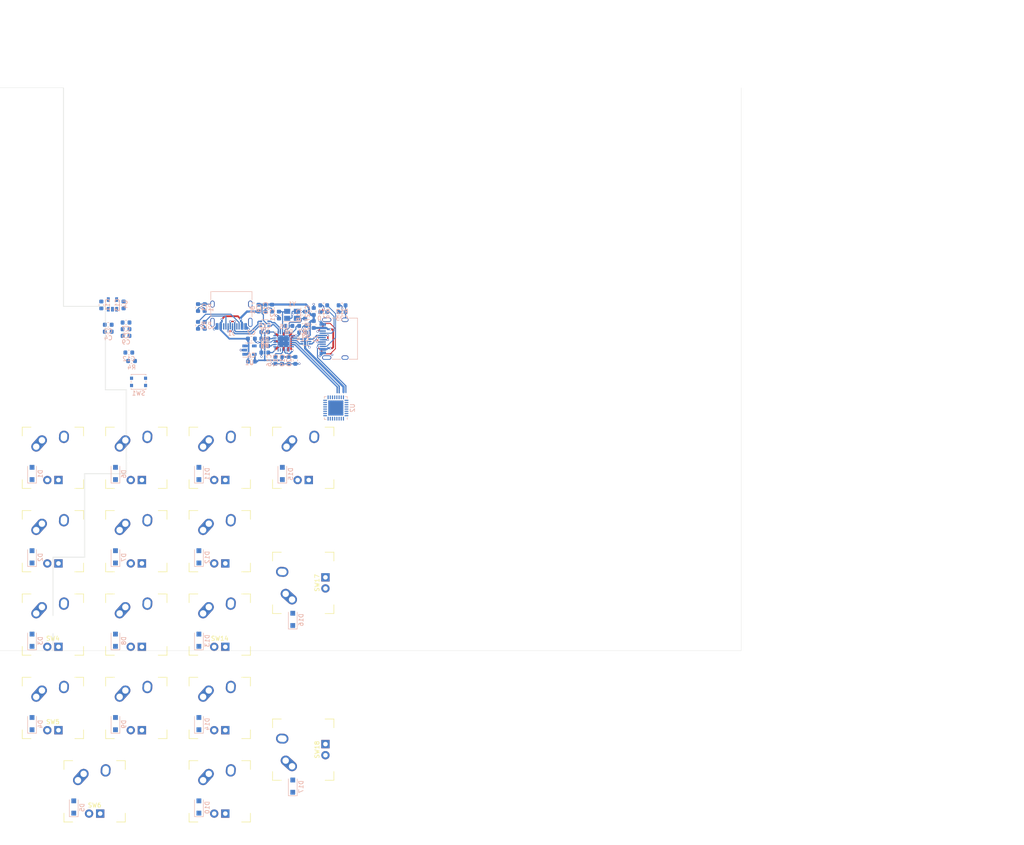
<source format=kicad_pcb>
(kicad_pcb (version 20171130) (host pcbnew 5.1.6)
  (layers (0 F.Cu signal) (31 B.Cu signal) (34 B.Paste user hide) (35 F.Paste user hide) (36 B.SilkS user) (37 F.SilkS user) (38 B.Mask user hide) (39 F.Mask user hide) (44 Edge.Cuts user hide))
  (net 0 "")
  (net 1 GND)
  (net 2 VUSB)
  (net 3 +3V3)
  (net 4 /NRST)
  (net 5 /XTAL_I)
  (net 6 /XTAL_O)
  (net 7 "Net-(D1-Pad2)")
  (net 8 /ROW0)
  (net 9 "Net-(D2-Pad2)")
  (net 10 "Net-(D3-Pad2)")
  (net 11 "Net-(D4-Pad2)")
  (net 12 "Net-(D5-Pad2)")
  (net 13 "Net-(D6-Pad2)")
  (net 14 "Net-(D7-Pad2)")
  (net 15 "Net-(D8-Pad2)")
  (net 16 /ROW1)
  (net 17 "Net-(D9-Pad2)")
  (net 18 "Net-(D10-Pad2)")
  (net 19 "Net-(D11-Pad2)")
  (net 20 "Net-(D12-Pad2)")
  (net 21 "Net-(D13-Pad2)")
  (net 22 "Net-(D14-Pad2)")
  (net 23 "Net-(D15-Pad2)")
  (net 24 /ROW2)
  (net 25 "Net-(D16-Pad2)")
  (net 26 "Net-(D17-Pad2)")
  (net 27 /ROW3)
  (net 28 /ROW4)
  (net 29 /ROW5)
  (net 30 /ROW_FN)
  (net 31 /IN_D-)
  (net 32 /IN_D+)
  (net 33 /OUT_D-)
  (net 34 /OUT_D+)
  (net 35 /COL6)
  (net 36 /COL4)
  (net 37 /COL2)
  (net 38 /COL0)
  (net 39 /COL5)
  (net 40 /COL3)
  (net 41 /COL1)
  (net 42 /BOOT)
  (net 43 /COL7)
  (net 44 /COL8)
  (net 45 /COL9)
  (net 46 /COL10)
  (net 47 /COL11)
  (net 48 /COL12)
  (net 49 /COL13)
  (net 50 /USB_IN_D+)
  (net 51 /USB_IN_D-)
  (net 52 /USB_OUT_D+)
  (net 53 /USB_OUT_D-)
  (net 54 /USB_MCU_D+)
  (net 55 /USB_MCU_D-)
  (net 56 /VUSB_OUT)
  (net 57 /CC1_OUT)
  (net 58 /CC2_OUT)
  (net 59 /SHIELD_IN)
  (net 60 /SHIELD_OUT)
  (net 61 /VUSB_IN)
  (net 62 /CC1_IN)
  (net 63 /CC2_IN)
  (net 64 VDD)
  (net 65 "Net-(J1-PadB8)")
  (net 66 "Net-(J1-PadA8)")
  (net 67 /COL_FAKE)
  (net 68 "Net-(U5-Pad23)")
  (net 69 "Net-(U5-Pad12)")
  (net 70 "Net-(U5-Pad11)")
  (net 71 "Net-(U5-Pad8)")
  (net 72 "Net-(U5-Pad7)")
  (net 73 "Net-(U5-Pad6)")
  (net 74 "Net-(C10-Pad1)")
  (net 75 "Net-(C11-Pad2)")
  (net 76 "Net-(C16-Pad1)")
  (net 77 "Net-(C22-Pad2)")
  (net 78 "Net-(R5-Pad1)")
  (net 79 "Net-(R6-Pad1)")
  (net 80 "Net-(R7-Pad1)")
  (net 81 "Net-(R9-Pad2)")
  (net 82 "Net-(U1-Pad4)")
  (net 83 "Net-(U2-Pad20)")
  (net 84 "Net-(U2-Pad19)")
  (net 85 "Net-(U2-Pad18)")
  (net 86 "Net-(U4-Pad4)")
  (module Button_Switch_Keyboard_MX_Alps_Hybrid:MX-2U (layer F.Cu) (at 257.1313 223.09267 90)
    (fp_text reference SW18 (at 0 3.175 90) (layer F.SilkS))
    (fp_text value NUM_ENTER)
    (pad 2 thru_hole oval (at 2.52 -4.79 176) (size 2.831378 2.25) (drill oval 2.051378 1.48) (layers *.Cu *.Mask) (net 40 /COL3))
    (pad 1 thru_hole circle (at -2.5 -4 90) (size 2.25 2.25) (drill 1.47) (layers *.Cu *.Mask) (net 26 "Net-(D17-Pad2)"))
    (pad 1 thru_hole oval (at -3.81 -2.54 138.0996) (size 4.211556 2.25) (drill 1.47 (offset 0.980778 0)) (layers *.Cu *.Mask) (net 26 "Net-(D17-Pad2)"))
    (pad "" np_thru_hole circle (at 11.938 8.255 90) (size 3.9878 3.9878) (drill 3.9878) (layers *.Cu *.Mask))
    (pad "" np_thru_hole circle (at -11.938 8.255 90) (size 3.9878 3.9878) (drill 3.9878) (layers *.Cu *.Mask))
    (pad "" np_thru_hole circle (at 11.938 -6.985 90) (size 3.048 3.048) (drill 3.048) (layers *.Cu *.Mask))
    (pad "" np_thru_hole circle (at -11.938 -6.985 90) (size 3.048 3.048) (drill 3.048) (layers *.Cu *.Mask))
    (pad "" np_thru_hole circle (at 5.08 0 138.0996) (size 1.75 1.75) (drill 1.75) (layers *.Cu *.Mask))
    (pad "" np_thru_hole circle (at -5.08 0 138.0996) (size 1.75 1.75) (drill 1.75) (layers *.Cu *.Mask))
    (pad 4 thru_hole rect (at 1.27 5.08 90) (size 1.905 1.905) (drill 1.04) (layers *.Cu *.Mask))
    (pad 3 thru_hole circle (at -1.27 5.08 90) (size 1.905 1.905) (drill 1.04) (layers *.Cu *.Mask))
    (pad "" np_thru_hole circle (at 0 0 90) (size 3.9878 3.9878) (drill 3.9878) (layers *.Cu *.Mask))
  )
  (module Button_Switch_Keyboard_MX_Alps_Hybrid:MX-2U (layer F.Cu) (at 257.1313 184.99251 90)
    (fp_text reference SW17 (at 0 3.175 90) (layer F.SilkS))
    (fp_text value NUM+)
    (pad 2 thru_hole oval (at 2.52 -4.79 176) (size 2.831378 2.25) (drill oval 2.051378 1.48) (layers *.Cu *.Mask) (net 40 /COL3))
    (pad 1 thru_hole circle (at -2.5 -4 90) (size 2.25 2.25) (drill 1.47) (layers *.Cu *.Mask) (net 25 "Net-(D16-Pad2)"))
    (pad 1 thru_hole oval (at -3.81 -2.54 138.0996) (size 4.211556 2.25) (drill 1.47 (offset 0.980778 0)) (layers *.Cu *.Mask) (net 25 "Net-(D16-Pad2)"))
    (pad "" np_thru_hole circle (at 11.938 8.255 90) (size 3.9878 3.9878) (drill 3.9878) (layers *.Cu *.Mask))
    (pad "" np_thru_hole circle (at -11.938 8.255 90) (size 3.9878 3.9878) (drill 3.9878) (layers *.Cu *.Mask))
    (pad "" np_thru_hole circle (at 11.938 -6.985 90) (size 3.048 3.048) (drill 3.048) (layers *.Cu *.Mask))
    (pad "" np_thru_hole circle (at -11.938 -6.985 90) (size 3.048 3.048) (drill 3.048) (layers *.Cu *.Mask))
    (pad "" np_thru_hole circle (at 5.08 0 138.0996) (size 1.75 1.75) (drill 1.75) (layers *.Cu *.Mask))
    (pad "" np_thru_hole circle (at -5.08 0 138.0996) (size 1.75 1.75) (drill 1.75) (layers *.Cu *.Mask))
    (pad 4 thru_hole rect (at 1.27 5.08 90) (size 1.905 1.905) (drill 1.04) (layers *.Cu *.Mask))
    (pad 3 thru_hole circle (at -1.27 5.08 90) (size 1.905 1.905) (drill 1.04) (layers *.Cu *.Mask))
    (pad "" np_thru_hole circle (at 0 0 90) (size 3.9878 3.9878) (drill 3.9878) (layers *.Cu *.Mask))
  )
  (module Button_Switch_Keyboard_MX_Alps_Hybrid:MX-2U (layer F.Cu) (at 209.5061 232.61771)
    (fp_text reference SW6 (at 0 3.175) (layer F.SilkS))
    (fp_text value NUM0)
    (pad 2 thru_hole oval (at 2.52 -4.79 86) (size 2.831378 2.25) (drill oval 2.051378 1.48) (layers *.Cu *.Mask) (net 38 /COL0))
    (pad 1 thru_hole circle (at -2.5 -4) (size 2.25 2.25) (drill 1.47) (layers *.Cu *.Mask) (net 12 "Net-(D5-Pad2)"))
    (pad 1 thru_hole oval (at -3.81 -2.54 48.0996) (size 4.211556 2.25) (drill 1.47 (offset 0.980778 0)) (layers *.Cu *.Mask) (net 12 "Net-(D5-Pad2)"))
    (pad "" np_thru_hole circle (at 11.938 8.255) (size 3.9878 3.9878) (drill 3.9878) (layers *.Cu *.Mask))
    (pad "" np_thru_hole circle (at -11.938 8.255) (size 3.9878 3.9878) (drill 3.9878) (layers *.Cu *.Mask))
    (pad "" np_thru_hole circle (at 11.938 -6.985) (size 3.048 3.048) (drill 3.048) (layers *.Cu *.Mask))
    (pad "" np_thru_hole circle (at -11.938 -6.985) (size 3.048 3.048) (drill 3.048) (layers *.Cu *.Mask))
    (pad "" np_thru_hole circle (at 5.08 0 48.0996) (size 1.75 1.75) (drill 1.75) (layers *.Cu *.Mask))
    (pad "" np_thru_hole circle (at -5.08 0 48.0996) (size 1.75 1.75) (drill 1.75) (layers *.Cu *.Mask))
    (pad 4 thru_hole rect (at 1.27 5.08) (size 1.905 1.905) (drill 1.04) (layers *.Cu *.Mask))
    (pad 3 thru_hole circle (at -1.27 5.08) (size 1.905 1.905) (drill 1.04) (layers *.Cu *.Mask))
    (pad "" np_thru_hole circle (at 0 0) (size 3.9878 3.9878) (drill 3.9878) (layers *.Cu *.Mask))
  )
  (module Button_Switch_Keyboard_MX_Alps_Hybrid:MX-1U (layer F.Cu) (at 199.98106 213.56763)
    (fp_text reference SW5 (at 0 3.175) (layer F.SilkS))
    (fp_text value NUM1)
    (pad 2 thru_hole oval (at 2.52 -4.79 86) (size 2.831378 2.25) (drill oval 2.051378 1.48) (layers *.Cu *.Mask) (net 38 /COL0))
    (pad 1 thru_hole circle (at -2.5 -4) (size 2.25 2.25) (drill 1.47) (layers *.Cu *.Mask) (net 11 "Net-(D4-Pad2)"))
    (pad 1 thru_hole oval (at -3.81 -2.54 48.0996) (size 4.211556 2.25) (drill 1.47 (offset 0.980778 0)) (layers *.Cu *.Mask) (net 11 "Net-(D4-Pad2)"))
    (pad "" np_thru_hole circle (at 5.08 0 48.0996) (size 1.75 1.75) (drill 1.75) (layers *.Cu *.Mask))
    (pad "" np_thru_hole circle (at -5.08 0 48.0996) (size 1.75 1.75) (drill 1.75) (layers *.Cu *.Mask))
    (pad 4 thru_hole rect (at 1.27 5.08) (size 1.905 1.905) (drill 1.04) (layers *.Cu *.Mask))
    (pad 3 thru_hole circle (at -1.27 5.08) (size 1.905 1.905) (drill 1.04) (layers *.Cu *.Mask))
    (pad "" np_thru_hole circle (at 0 0) (size 3.9878 3.9878) (drill 3.9878) (layers *.Cu *.Mask))
  )
  (module Button_Switch_Keyboard_MX_Alps_Hybrid:MX-1U (layer F.Cu) (at 199.98106 194.51755)
    (fp_text reference SW4 (at 0 3.175) (layer F.SilkS))
    (fp_text value NUM4)
    (pad 2 thru_hole oval (at 2.52 -4.79 86) (size 2.831378 2.25) (drill oval 2.051378 1.48) (layers *.Cu *.Mask) (net 38 /COL0))
    (pad 1 thru_hole circle (at -2.5 -4) (size 2.25 2.25) (drill 1.47) (layers *.Cu *.Mask) (net 10 "Net-(D3-Pad2)"))
    (pad 1 thru_hole oval (at -3.81 -2.54 48.0996) (size 4.211556 2.25) (drill 1.47 (offset 0.980778 0)) (layers *.Cu *.Mask) (net 10 "Net-(D3-Pad2)"))
    (pad "" np_thru_hole circle (at 5.08 0 48.0996) (size 1.75 1.75) (drill 1.75) (layers *.Cu *.Mask))
    (pad "" np_thru_hole circle (at -5.08 0 48.0996) (size 1.75 1.75) (drill 1.75) (layers *.Cu *.Mask))
    (pad 4 thru_hole rect (at 1.27 5.08) (size 1.905 1.905) (drill 1.04) (layers *.Cu *.Mask))
    (pad 3 thru_hole circle (at -1.27 5.08) (size 1.905 1.905) (drill 1.04) (layers *.Cu *.Mask))
    (pad "" np_thru_hole circle (at 0 0) (size 3.9878 3.9878) (drill 3.9878) (layers *.Cu *.Mask))
  )
  (module Button_Switch_Keyboard_MX_Alps_Hybrid:MX-1U (layer F.Cu) (at 238.08122 194.51755)
    (fp_text reference SW14 (at 0 3.175) (layer F.SilkS))
    (fp_text value NUM6)
    (pad 2 thru_hole oval (at 2.52 -4.79 86) (size 2.831378 2.25) (drill oval 2.051378 1.48) (layers *.Cu *.Mask) (net 37 /COL2))
    (pad 1 thru_hole circle (at -2.5 -4) (size 2.25 2.25) (drill 1.47) (layers *.Cu *.Mask) (net 21 "Net-(D13-Pad2)"))
    (pad 1 thru_hole oval (at -3.81 -2.54 48.0996) (size 4.211556 2.25) (drill 1.47 (offset 0.980778 0)) (layers *.Cu *.Mask) (net 21 "Net-(D13-Pad2)"))
    (pad "" np_thru_hole circle (at 5.08 0 48.0996) (size 1.75 1.75) (drill 1.75) (layers *.Cu *.Mask))
    (pad "" np_thru_hole circle (at -5.08 0 48.0996) (size 1.75 1.75) (drill 1.75) (layers *.Cu *.Mask))
    (pad 4 thru_hole rect (at 1.27 5.08) (size 1.905 1.905) (drill 1.04) (layers *.Cu *.Mask))
    (pad 3 thru_hole circle (at -1.27 5.08) (size 1.905 1.905) (drill 1.04) (layers *.Cu *.Mask))
    (pad "" np_thru_hole circle (at 0 0) (size 3.9878 3.9878) (drill 3.9878) (layers *.Cu *.Mask))
  )
  (module Package_DFN_QFN:QFN-24-1EP_4x4mm_P0.5mm_EP2.7x2.7mm_ThermalVias (layer B.Cu) (at 252.664943 129.784166 180)
    (fp_text reference U5 (at 0 3.32) (layer B.SilkS) (effects (justify mirror)))
    (fp_text value USB2422-MJ)
    (pad 25 smd rect (at 0 0 180) (size 2.7 2.7) (layers F.Cu) (net 1 GND))
    (pad 25 thru_hole circle (at 1.1 -1.1 180) (size 0.5 0.5) (drill 0.2) (layers *.Cu) (net 1 GND))
    (pad 25 thru_hole circle (at 0 -1.1 180) (size 0.5 0.5) (drill 0.2) (layers *.Cu) (net 1 GND))
    (pad 25 thru_hole circle (at -1.1 -1.1 180) (size 0.5 0.5) (drill 0.2) (layers *.Cu) (net 1 GND))
    (pad 25 thru_hole circle (at 1.1 0 180) (size 0.5 0.5) (drill 0.2) (layers *.Cu) (net 1 GND))
    (pad 25 thru_hole circle (at 0 0 180) (size 0.5 0.5) (drill 0.2) (layers *.Cu) (net 1 GND))
    (pad 25 thru_hole circle (at -1.1 0 180) (size 0.5 0.5) (drill 0.2) (layers *.Cu) (net 1 GND))
    (pad 25 thru_hole circle (at 1.1 1.1 180) (size 0.5 0.5) (drill 0.2) (layers *.Cu) (net 1 GND))
    (pad 25 thru_hole circle (at 0 1.1 180) (size 0.5 0.5) (drill 0.2) (layers *.Cu) (net 1 GND))
    (pad 25 thru_hole circle (at -1.1 1.1 180) (size 0.5 0.5) (drill 0.2) (layers *.Cu) (net 1 GND))
    (pad 25 smd rect (at 0 0 180) (size 2.7 2.7) (layers B.Cu B.Mask) (net 1 GND))
    (pad 24 smd roundrect (at -1.25 1.9625 180) (size 0.25 0.825) (layers B.Cu B.Paste B.Mask) (net 80 "Net-(R7-Pad1)"))
    (pad 23 smd roundrect (at -0.75 1.9625 180) (size 0.25 0.825) (layers B.Cu B.Paste B.Mask) (net 68 "Net-(U5-Pad23)"))
    (pad 22 smd roundrect (at -0.25 1.9625 180) (size 0.25 0.825) (layers B.Cu B.Paste B.Mask) (net 5 /XTAL_I))
    (pad 21 smd roundrect (at 0.25 1.9625 180) (size 0.25 0.825) (layers B.Cu B.Paste B.Mask) (net 6 /XTAL_O))
    (pad 20 smd roundrect (at 0.75 1.9625 180) (size 0.25 0.825) (layers B.Cu B.Paste B.Mask) (net 50 /USB_IN_D+))
    (pad 19 smd roundrect (at 1.25 1.9625 180) (size 0.25 0.825) (layers B.Cu B.Paste B.Mask) (net 51 /USB_IN_D-))
    (pad 18 smd roundrect (at 1.9625 1.25 180) (size 0.825 0.25) (layers B.Cu B.Paste B.Mask) (net 64 VDD))
    (pad 17 smd roundrect (at 1.9625 0.75 180) (size 0.825 0.25) (layers B.Cu B.Paste B.Mask) (net 81 "Net-(R9-Pad2)"))
    (pad 16 smd roundrect (at 1.9625 0.25 180) (size 0.825 0.25) (layers B.Cu B.Paste B.Mask) (net 64 VDD))
    (pad 15 smd roundrect (at 1.9625 -0.25 180) (size 0.825 0.25) (layers B.Cu B.Paste B.Mask) (net 64 VDD))
    (pad 14 smd roundrect (at 1.9625 -0.75 180) (size 0.825 0.25) (layers B.Cu B.Paste B.Mask) (net 79 "Net-(R6-Pad1)"))
    (pad 13 smd roundrect (at 1.9625 -1.25 180) (size 0.825 0.25) (layers B.Cu B.Paste B.Mask) (net 78 "Net-(R5-Pad1)"))
    (pad 12 smd roundrect (at 1.25 -1.9625 180) (size 0.25 0.825) (layers B.Cu B.Paste B.Mask) (net 69 "Net-(U5-Pad12)"))
    (pad 11 smd roundrect (at 0.75 -1.9625 180) (size 0.25 0.825) (layers B.Cu B.Paste B.Mask) (net 70 "Net-(U5-Pad11)"))
    (pad 10 smd roundrect (at 0.25 -1.9625 180) (size 0.25 0.825) (layers B.Cu B.Paste B.Mask) (net 76 "Net-(C16-Pad1)"))
    (pad 9 smd roundrect (at -0.25 -1.9625 180) (size 0.25 0.825) (layers B.Cu B.Paste B.Mask) (net 64 VDD))
    (pad 8 smd roundrect (at -0.75 -1.9625 180) (size 0.25 0.825) (layers B.Cu B.Paste B.Mask) (net 71 "Net-(U5-Pad8)"))
    (pad 7 smd roundrect (at -1.25 -1.9625 180) (size 0.25 0.825) (layers B.Cu B.Paste B.Mask) (net 72 "Net-(U5-Pad7)"))
    (pad 6 smd roundrect (at -1.9625 -1.25 180) (size 0.825 0.25) (layers B.Cu B.Paste B.Mask) (net 73 "Net-(U5-Pad6)"))
    (pad 5 smd roundrect (at -1.9625 -0.75 180) (size 0.825 0.25) (layers B.Cu B.Paste B.Mask) (net 54 /USB_MCU_D+))
    (pad 4 smd roundrect (at -1.9625 -0.25 180) (size 0.825 0.25) (layers B.Cu B.Paste B.Mask) (net 55 /USB_MCU_D-))
    (pad 3 smd roundrect (at -1.9625 0.25 180) (size 0.825 0.25) (layers B.Cu B.Paste B.Mask) (net 52 /USB_OUT_D+))
    (pad 2 smd roundrect (at -1.9625 0.75 180) (size 0.825 0.25) (layers B.Cu B.Paste B.Mask) (net 53 /USB_OUT_D-))
    (pad 1 smd roundrect (at -1.9625 1.25 180) (size 0.825 0.25) (layers B.Cu B.Paste B.Mask) (net 64 VDD))
  )
  (module Capacitor_SMD:C_0603_1608Metric (layer B.Cu) (at 250.00863 122.2194 270)
    (fp_text reference C10 (at 0 1.43 90) (layer B.SilkS) (effects (justify mirror)))
    (fp_text value 22u)
    (pad 2 smd roundrect (at 0.7875 0 270) (size 0.875 0.95) (layers B.Cu B.Paste B.Mask) (net 1 GND))
    (pad 1 smd roundrect (at -0.7875 0 270) (size 0.875 0.95) (layers B.Cu B.Paste B.Mask) (net 74 "Net-(C10-Pad1)"))
  )
  (module Capacitor_SMD:C_0603_1608Metric (layer B.Cu) (at 248.35763 127.6804 180)
    (fp_text reference C15 (at 0 1.43) (layer B.SilkS) (effects (justify mirror)))
    (fp_text value 100n)
    (pad 2 smd roundrect (at 0.7875 0 180) (size 0.875 0.95) (layers B.Cu B.Paste B.Mask) (net 1 GND))
    (pad 1 smd roundrect (at -0.7875 0 180) (size 0.875 0.95) (layers B.Cu B.Paste B.Mask) (net 64 VDD))
  )
  (module Diode_SMD:D_SOD-123F (layer B.Cu) (at 233.3187 236.1896 90)
    (fp_text reference D10 (at -0.127 1.905 90) (layer B.SilkS) (effects (justify mirror)))
    (fp_text value D_Small)
    (pad 2 smd rect (at 1.4 0 90) (size 1.1 1.1) (layers B.Cu B.Paste B.Mask) (net 18 "Net-(D10-Pad2)"))
    (pad 1 smd rect (at -1.4 0 90) (size 1.1 1.1) (layers B.Cu B.Paste B.Mask) (net 28 /ROW4))
  )
  (module Diode_SMD:D_SOD-123F (layer B.Cu) (at 214.26862 217.13952 90)
    (fp_text reference D9 (at -0.127 1.905 90) (layer B.SilkS) (effects (justify mirror)))
    (fp_text value D_Small)
    (pad 2 smd rect (at 1.4 0 90) (size 1.1 1.1) (layers B.Cu B.Paste B.Mask) (net 17 "Net-(D9-Pad2)"))
    (pad 1 smd rect (at -1.4 0 90) (size 1.1 1.1) (layers B.Cu B.Paste B.Mask) (net 27 /ROW3))
  )
  (module Capacitor_SMD:C_0603_1608Metric (layer B.Cu) (at 252.29463 134.1574 270)
    (fp_text reference C17 (at 0 1.43 90) (layer B.SilkS) (effects (justify mirror)))
    (fp_text value 4.7u)
    (pad 2 smd roundrect (at 0.7875 0 270) (size 0.875 0.95) (layers B.Cu B.Paste B.Mask) (net 1 GND))
    (pad 1 smd roundrect (at -0.7875 0 270) (size 0.875 0.95) (layers B.Cu B.Paste B.Mask) (net 64 VDD))
  )
  (module Capacitor_SMD:C_0603_1608Metric (layer B.Cu) (at 251.59613 123.8069 270)
    (fp_text reference C21 (at 0 1.43 90) (layer B.SilkS) (effects (justify mirror)))
    (fp_text value 10p)
    (pad 2 smd roundrect (at 0.7875 0 270) (size 0.875 0.95) (layers B.Cu B.Paste B.Mask) (net 1 GND))
    (pad 1 smd roundrect (at -0.7875 0 270) (size 0.875 0.95) (layers B.Cu B.Paste B.Mask) (net 6 /XTAL_O))
  )
  (module Capacitor_SMD:C_0603_1608Metric (layer B.Cu) (at 212.61638 127.60386)
    (fp_text reference C4 (at 0 1.43) (layer B.SilkS) (effects (justify mirror)))
    (fp_text value 4.7u)
    (pad 2 smd roundrect (at 0.7875 0) (size 0.875 0.95) (layers B.Cu B.Paste B.Mask) (net 1 GND))
    (pad 1 smd roundrect (at -0.7875 0) (size 0.875 0.95) (layers B.Cu B.Paste B.Mask) (net 3 +3V3))
  )
  (module Capacitor_SMD:C_0603_1608Metric (layer B.Cu) (at 212.61638 126.01636)
    (fp_text reference C3 (at 0 1.43) (layer B.SilkS) (effects (justify mirror)))
    (fp_text value 100n)
    (pad 2 smd roundrect (at 0.7875 0) (size 0.875 0.95) (layers B.Cu B.Paste B.Mask) (net 1 GND))
    (pad 1 smd roundrect (at -0.7875 0) (size 0.875 0.95) (layers B.Cu B.Paste B.Mask) (net 3 +3V3))
  )
  (module Diode_SMD:D_SOD-123F (layer B.Cu) (at 195.21854 159.98928 90)
    (fp_text reference D1 (at -0.127 1.905 90) (layer B.SilkS) (effects (justify mirror)))
    (fp_text value D_Small)
    (pad 2 smd rect (at 1.4 0 90) (size 1.1 1.1) (layers B.Cu B.Paste B.Mask) (net 7 "Net-(D1-Pad2)"))
    (pad 1 smd rect (at -1.4 0 90) (size 1.1 1.1) (layers B.Cu B.Paste B.Mask) (net 8 /ROW0))
  )
  (module Resistor_SMD:R_0603_1608Metric (layer B.Cu) (at 253.88213 126.2834)
    (fp_text reference R8 (at 0 1.43) (layer B.SilkS) (effects (justify mirror)))
    (fp_text value 1M)
    (pad 2 smd roundrect (at 0.7875 0) (size 0.875 0.95) (layers B.Cu B.Paste B.Mask) (net 5 /XTAL_I))
    (pad 1 smd roundrect (at -0.7875 0) (size 0.875 0.95) (layers B.Cu B.Paste B.Mask) (net 6 /XTAL_O))
  )
  (module Resistor_SMD:R_0603_1608Metric (layer B.Cu) (at 234.64163 122.0924 90)
    (fp_text reference R1 (at 0 1.43 90) (layer B.SilkS) (effects (justify mirror)))
    (fp_text value 1M)
    (pad 2 smd roundrect (at 0.7875 0 90) (size 0.875 0.95) (layers B.Cu B.Paste B.Mask) (net 59 /SHIELD_IN))
    (pad 1 smd roundrect (at -0.7875 0 90) (size 0.875 0.95) (layers B.Cu B.Paste B.Mask) (net 1 GND))
  )
  (module Package_DFN_QFN:QFN-32-1EP_5x5mm_P0.5mm_EP3.45x3.45mm (layer B.Cu) (at 264.57326 145.03819 90)
    (fp_text reference U2 (at 0 3.82 90) (layer B.SilkS) (effects (justify mirror)))
    (fp_text value STM32F042K6Ux)
    (pad 33 smd rect (at 0 0 90) (size 3.45 3.45) (layers B.Cu B.Mask) (net 1 GND))
    (pad 32 smd roundrect (at -1.75 2.4375 90) (size 0.25 0.875) (layers B.Cu B.Paste B.Mask) (net 16 /ROW1))
    (pad 31 smd roundrect (at -1.25 2.4375 90) (size 0.25 0.875) (layers B.Cu B.Paste B.Mask) (net 42 /BOOT))
    (pad 30 smd roundrect (at -0.75 2.4375 90) (size 0.25 0.875) (layers B.Cu B.Paste B.Mask) (net 8 /ROW0))
    (pad 29 smd roundrect (at -0.25 2.4375 90) (size 0.25 0.875) (layers B.Cu B.Paste B.Mask) (net 35 /COL6))
    (pad 28 smd roundrect (at 0.25 2.4375 90) (size 0.25 0.875) (layers B.Cu B.Paste B.Mask) (net 39 /COL5))
    (pad 27 smd roundrect (at 0.75 2.4375 90) (size 0.25 0.875) (layers B.Cu B.Paste B.Mask) (net 36 /COL4))
    (pad 26 smd roundrect (at 1.25 2.4375 90) (size 0.25 0.875) (layers B.Cu B.Paste B.Mask) (net 40 /COL3))
    (pad 25 smd roundrect (at 1.75 2.4375 90) (size 0.25 0.875) (layers B.Cu B.Paste B.Mask) (net 37 /COL2))
    (pad 24 smd roundrect (at 2.4375 1.75 90) (size 0.875 0.25) (layers B.Cu B.Paste B.Mask) (net 41 /COL1))
    (pad 23 smd roundrect (at 2.4375 1.25 90) (size 0.875 0.25) (layers B.Cu B.Paste B.Mask) (net 38 /COL0))
    (pad 22 smd roundrect (at 2.4375 0.75 90) (size 0.875 0.25) (layers B.Cu B.Paste B.Mask) (net 54 /USB_MCU_D+))
    (pad 21 smd roundrect (at 2.4375 0.25 90) (size 0.875 0.25) (layers B.Cu B.Paste B.Mask) (net 55 /USB_MCU_D-))
    (pad 20 smd roundrect (at 2.4375 -0.25 90) (size 0.875 0.25) (layers B.Cu B.Paste B.Mask) (net 83 "Net-(U2-Pad20)"))
    (pad 19 smd roundrect (at 2.4375 -0.75 90) (size 0.875 0.25) (layers B.Cu B.Paste B.Mask) (net 84 "Net-(U2-Pad19)"))
    (pad 18 smd roundrect (at 2.4375 -1.25 90) (size 0.875 0.25) (layers B.Cu B.Paste B.Mask) (net 85 "Net-(U2-Pad18)"))
    (pad 17 smd roundrect (at 2.4375 -1.75 90) (size 0.875 0.25) (layers B.Cu B.Paste B.Mask) (net 3 +3V3))
    (pad 16 smd roundrect (at 1.75 -2.4375 90) (size 0.25 0.875) (layers B.Cu B.Paste B.Mask) (net 67 /COL_FAKE))
    (pad 15 smd roundrect (at 1.25 -2.4375 90) (size 0.25 0.875) (layers B.Cu B.Paste B.Mask) (net 43 /COL7))
    (pad 14 smd roundrect (at 0.75 -2.4375 90) (size 0.25 0.875) (layers B.Cu B.Paste B.Mask) (net 44 /COL8))
    (pad 13 smd roundrect (at 0.25 -2.4375 90) (size 0.25 0.875) (layers B.Cu B.Paste B.Mask) (net 45 /COL9))
    (pad 12 smd roundrect (at -0.25 -2.4375 90) (size 0.25 0.875) (layers B.Cu B.Paste B.Mask) (net 46 /COL10))
    (pad 11 smd roundrect (at -0.75 -2.4375 90) (size 0.25 0.875) (layers B.Cu B.Paste B.Mask) (net 47 /COL11))
    (pad 10 smd roundrect (at -1.25 -2.4375 90) (size 0.25 0.875) (layers B.Cu B.Paste B.Mask) (net 48 /COL12))
    (pad 9 smd roundrect (at -1.75 -2.4375 90) (size 0.25 0.875) (layers B.Cu B.Paste B.Mask) (net 49 /COL13))
    (pad 8 smd roundrect (at -2.4375 -1.75 90) (size 0.875 0.25) (layers B.Cu B.Paste B.Mask) (net 30 /ROW_FN))
    (pad 7 smd roundrect (at -2.4375 -1.25 90) (size 0.875 0.25) (layers B.Cu B.Paste B.Mask) (net 29 /ROW5))
    (pad 6 smd roundrect (at -2.4375 -0.75 90) (size 0.875 0.25) (layers B.Cu B.Paste B.Mask) (net 28 /ROW4))
    (pad 5 smd roundrect (at -2.4375 -0.25 90) (size 0.875 0.25) (layers B.Cu B.Paste B.Mask) (net 3 +3V3))
    (pad 4 smd roundrect (at -2.4375 0.25 90) (size 0.875 0.25) (layers B.Cu B.Paste B.Mask) (net 4 /NRST))
    (pad 3 smd roundrect (at -2.4375 0.75 90) (size 0.875 0.25) (layers B.Cu B.Paste B.Mask) (net 27 /ROW3))
    (pad 2 smd roundrect (at -2.4375 1.25 90) (size 0.875 0.25) (layers B.Cu B.Paste B.Mask) (net 24 /ROW2))
    (pad 1 smd roundrect (at -2.4375 1.75 90) (size 0.875 0.25) (layers B.Cu B.Paste B.Mask) (net 3 +3V3))
  )
  (module Resistor_SMD:R_0603_1608Metric (layer B.Cu) (at 261.81963 121.5844)
    (fp_text reference R11 (at 0 1.43) (layer B.SilkS) (effects (justify mirror)))
    (fp_text value 5.1k)
    (pad 2 smd roundrect (at 0.7875 0) (size 0.875 0.95) (layers B.Cu B.Paste B.Mask) (net 58 /CC2_OUT))
    (pad 1 smd roundrect (at -0.7875 0) (size 0.875 0.95) (layers B.Cu B.Paste B.Mask) (net 1 GND))
  )
  (module Resistor_SMD:R_0603_1608Metric (layer B.Cu) (at 234.64163 126.1564 90)
    (fp_text reference R2 (at 0 1.43 90) (layer B.SilkS) (effects (justify mirror)))
    (fp_text value 5.1k)
    (pad 2 smd roundrect (at 0.7875 0 90) (size 0.875 0.95) (layers B.Cu B.Paste B.Mask) (net 62 /CC1_IN))
    (pad 1 smd roundrect (at -0.7875 0 90) (size 0.875 0.95) (layers B.Cu B.Paste B.Mask) (net 1 GND))
  )
  (module Capacitor_SMD:C_0603_1608Metric (layer B.Cu) (at 245.30963 129.2044 180)
    (fp_text reference C2 (at 0 1.43) (layer B.SilkS) (effects (justify mirror)))
    (fp_text value 4.7u)
    (pad 2 smd roundrect (at 0.7875 0 180) (size 0.875 0.95) (layers B.Cu B.Paste B.Mask) (net 61 /VUSB_IN))
    (pad 1 smd roundrect (at -0.7875 0 180) (size 0.875 0.95) (layers B.Cu B.Paste B.Mask) (net 1 GND))
  )
  (module Diode_SMD:D_SOD-123F (layer B.Cu) (at 214.26862 198.08944 90)
    (fp_text reference D8 (at -0.127 1.905 90) (layer B.SilkS) (effects (justify mirror)))
    (fp_text value D_Small)
    (pad 2 smd rect (at 1.4 0 90) (size 1.1 1.1) (layers B.Cu B.Paste B.Mask) (net 15 "Net-(D8-Pad2)"))
    (pad 1 smd rect (at -1.4 0 90) (size 1.1 1.1) (layers B.Cu B.Paste B.Mask) (net 24 /ROW2))
  )
  (module Diode_SMD:D_SOD-123F (layer B.Cu) (at 204.74358 236.1896 90)
    (fp_text reference D5 (at -0.127 1.905 90) (layer B.SilkS) (effects (justify mirror)))
    (fp_text value D_Small)
    (pad 2 smd rect (at 1.4 0 90) (size 1.1 1.1) (layers B.Cu B.Paste B.Mask) (net 12 "Net-(D5-Pad2)"))
    (pad 1 smd rect (at -1.4 0 90) (size 1.1 1.1) (layers B.Cu B.Paste B.Mask) (net 28 /ROW4))
  )
  (module Diode_SMD:D_SOD-123F (layer B.Cu) (at 195.21854 198.08944 90)
    (fp_text reference D3 (at -0.127 1.905 90) (layer B.SilkS) (effects (justify mirror)))
    (fp_text value D_Small)
    (pad 2 smd rect (at 1.4 0 90) (size 1.1 1.1) (layers B.Cu B.Paste B.Mask) (net 10 "Net-(D3-Pad2)"))
    (pad 1 smd rect (at -1.4 0 90) (size 1.1 1.1) (layers B.Cu B.Paste B.Mask) (net 24 /ROW2))
  )
  (module Diode_SMD:D_SOD-123F (layer B.Cu) (at 195.21854 179.03936 90)
    (fp_text reference D2 (at -0.127 1.905 90) (layer B.SilkS) (effects (justify mirror)))
    (fp_text value D_Small)
    (pad 2 smd rect (at 1.4 0 90) (size 1.1 1.1) (layers B.Cu B.Paste B.Mask) (net 9 "Net-(D2-Pad2)"))
    (pad 1 smd rect (at -1.4 0 90) (size 1.1 1.1) (layers B.Cu B.Paste B.Mask) (net 16 /ROW1))
  )
  (module Capacitor_SMD:C_0603_1608Metric (layer B.Cu) (at 216.12158 121.49516 270)
    (fp_text reference C13 (at 0 1.43 90) (layer B.SilkS) (effects (justify mirror)))
    (fp_text value 4.7u)
    (pad 2 smd roundrect (at 0.7875 0 270) (size 0.875 0.95) (layers B.Cu B.Paste B.Mask) (net 1 GND))
    (pad 1 smd roundrect (at -0.7875 0 270) (size 0.875 0.95) (layers B.Cu B.Paste B.Mask) (net 3 +3V3))
  )
  (module Capacitor_SMD:C_0603_1608Metric (layer B.Cu) (at 211.04158 121.49516 90)
    (fp_text reference C11 (at 0 1.43 90) (layer B.SilkS) (effects (justify mirror)))
    (fp_text value 4.7u)
    (pad 2 smd roundrect (at 0.7875 0 90) (size 0.875 0.95) (layers B.Cu B.Paste B.Mask) (net 75 "Net-(C11-Pad2)"))
    (pad 1 smd roundrect (at -0.7875 0 90) (size 0.875 0.95) (layers B.Cu B.Paste B.Mask) (net 1 GND))
  )
  (module Capacitor_SMD:C_0603_1608Metric (layer B.Cu) (at 255.34263 134.1574 270)
    (fp_text reference C20 (at 0 1.43 90) (layer B.SilkS) (effects (justify mirror)))
    (fp_text value 100n)
    (pad 2 smd roundrect (at 0.7875 0 270) (size 0.875 0.95) (layers B.Cu B.Paste B.Mask) (net 1 GND))
    (pad 1 smd roundrect (at -0.7875 0 270) (size 0.875 0.95) (layers B.Cu B.Paste B.Mask) (net 64 VDD))
  )
  (module Capacitor_SMD:C_0603_1608Metric (layer B.Cu) (at 253.81863 134.1574 270)
    (fp_text reference C19 (at 0 1.43 90) (layer B.SilkS) (effects (justify mirror)))
    (fp_text value 1.0u)
    (pad 2 smd roundrect (at 0.7875 0 270) (size 0.875 0.95) (layers B.Cu B.Paste B.Mask) (net 1 GND))
    (pad 1 smd roundrect (at -0.7875 0 270) (size 0.875 0.95) (layers B.Cu B.Paste B.Mask) (net 64 VDD))
  )
  (module Diode_SMD:D_SOD-123F (layer B.Cu) (at 214.26862 179.03936 90)
    (fp_text reference D7 (at -0.127 1.905 90) (layer B.SilkS) (effects (justify mirror)))
    (fp_text value D_Small)
    (pad 2 smd rect (at 1.4 0 90) (size 1.1 1.1) (layers B.Cu B.Paste B.Mask) (net 14 "Net-(D7-Pad2)"))
    (pad 1 smd rect (at -1.4 0 90) (size 1.1 1.1) (layers B.Cu B.Paste B.Mask) (net 16 /ROW1))
  )
  (module Diode_SMD:D_SOD-123F (layer B.Cu) (at 214.26862 159.98928 90)
    (fp_text reference D6 (at -0.127 1.905 90) (layer B.SilkS) (effects (justify mirror)))
    (fp_text value D_Small)
    (pad 2 smd rect (at 1.4 0 90) (size 1.1 1.1) (layers B.Cu B.Paste B.Mask) (net 13 "Net-(D6-Pad2)"))
    (pad 1 smd rect (at -1.4 0 90) (size 1.1 1.1) (layers B.Cu B.Paste B.Mask) (net 8 /ROW0))
  )
  (module Capacitor_SMD:C_0603_1608Metric (layer B.Cu) (at 266.01063 123.1084)
    (fp_text reference C23 (at 0 1.43) (layer B.SilkS) (effects (justify mirror)))
    (fp_text value 4.7n)
    (pad 2 smd roundrect (at 0.7875 0) (size 0.875 0.95) (layers B.Cu B.Paste B.Mask) (net 60 /SHIELD_OUT))
    (pad 1 smd roundrect (at -0.7875 0) (size 0.875 0.95) (layers B.Cu B.Paste B.Mask) (net 1 GND))
  )
  (module Capacitor_SMD:C_0603_1608Metric (layer B.Cu) (at 259.53363 122.9814 270)
    (fp_text reference C22 (at 0 1.43 90) (layer B.SilkS) (effects (justify mirror)))
    (fp_text value 22u)
    (pad 2 smd roundrect (at 0.7875 0 270) (size 0.875 0.95) (layers B.Cu B.Paste B.Mask) (net 77 "Net-(C22-Pad2)"))
    (pad 1 smd roundrect (at -0.7875 0 270) (size 0.875 0.95) (layers B.Cu B.Paste B.Mask) (net 1 GND))
  )
  (module Capacitor_SMD:C_0603_1608Metric (layer B.Cu) (at 233.11763 122.0924 90)
    (fp_text reference C1 (at 0 1.43 90) (layer B.SilkS) (effects (justify mirror)))
    (fp_text value 4.7n)
    (pad 2 smd roundrect (at 0.7875 0 90) (size 0.875 0.95) (layers B.Cu B.Paste B.Mask) (net 59 /SHIELD_IN))
    (pad 1 smd roundrect (at -0.7875 0 90) (size 0.875 0.95) (layers B.Cu B.Paste B.Mask) (net 1 GND))
  )
  (module Capacitor_SMD:C_0603_1608Metric (layer B.Cu) (at 248.48463 122.2194 270)
    (fp_text reference C8 (at 0 1.43 90) (layer B.SilkS) (effects (justify mirror)))
    (fp_text value 22u)
    (pad 2 smd roundrect (at 0.7875 0 270) (size 0.875 0.95) (layers B.Cu B.Paste B.Mask) (net 1 GND))
    (pad 1 smd roundrect (at -0.7875 0 270) (size 0.875 0.95) (layers B.Cu B.Paste B.Mask) (net 74 "Net-(C10-Pad1)"))
  )
  (module Diode_SMD:D_SOD-123F (layer B.Cu) (at 233.3187 159.98928 90)
    (fp_text reference D11 (at -0.127 1.905 90) (layer B.SilkS) (effects (justify mirror)))
    (fp_text value D_Small)
    (pad 2 smd rect (at 1.4 0 90) (size 1.1 1.1) (layers B.Cu B.Paste B.Mask) (net 19 "Net-(D11-Pad2)"))
    (pad 1 smd rect (at -1.4 0 90) (size 1.1 1.1) (layers B.Cu B.Paste B.Mask) (net 8 /ROW0))
  )
  (module Capacitor_SMD:C_0603_1608Metric (layer B.Cu) (at 216.68038 125.50836)
    (fp_text reference C7 (at 0 1.43) (layer B.SilkS) (effects (justify mirror)))
    (fp_text value 100n)
    (pad 2 smd roundrect (at 0.7875 0) (size 0.875 0.95) (layers B.Cu B.Paste B.Mask) (net 1 GND))
    (pad 1 smd roundrect (at -0.7875 0) (size 0.875 0.95) (layers B.Cu B.Paste B.Mask) (net 3 +3V3))
  )
  (module Capacitor_SMD:C_0603_1608Metric (layer B.Cu) (at 216.68038 127.03236)
    (fp_text reference C5 (at 0 1.43) (layer B.SilkS) (effects (justify mirror)))
    (fp_text value 4.7u)
    (pad 2 smd roundrect (at 0.7875 0) (size 0.875 0.95) (layers B.Cu B.Paste B.Mask) (net 1 GND))
    (pad 1 smd roundrect (at -0.7875 0) (size 0.875 0.95) (layers B.Cu B.Paste B.Mask) (net 3 +3V3))
  )
  (module Package_TO_SOT_SMD:SOT-666 (layer B.Cu) (at 257.75563 129.8394 180)
    (fp_text reference U6 (at 0 1.75) (layer B.SilkS) (effects (justify mirror)))
    (fp_text value USBLC6-2P6)
    (pad 6 smd rect (at 0.85 0.5375 180) (size 0.5 0.375) (layers B.Cu B.Paste B.Mask) (net 53 /USB_OUT_D-))
    (pad 4 smd rect (at 0.85 -0.5375 180) (size 0.5 0.375) (layers B.Cu B.Paste B.Mask) (net 52 /USB_OUT_D+))
    (pad 2 smd rect (at -0.925 0 180) (size 0.65 0.3) (layers B.Cu B.Paste B.Mask) (net 1 GND))
    (pad 5 smd rect (at 0.925 0 180) (size 0.65 0.3) (layers B.Cu B.Paste B.Mask) (net 77 "Net-(C22-Pad2)"))
    (pad 3 smd rect (at -0.85 -0.5375 180) (size 0.5 0.375) (layers B.Cu B.Paste B.Mask) (net 34 /OUT_D+))
    (pad 1 smd rect (at -0.85 0.5375 180) (size 0.5 0.375) (layers B.Cu B.Paste B.Mask) (net 33 /OUT_D-))
  )
  (module Resistor_SMD:R_0603_1608Metric (layer B.Cu) (at 248.35763 132.3794 180)
    (fp_text reference R5 (at 0 1.43) (layer B.SilkS) (effects (justify mirror)))
    (fp_text value 56k)
    (pad 2 smd roundrect (at 0.7875 0 180) (size 0.875 0.95) (layers B.Cu B.Paste B.Mask) (net 1 GND))
    (pad 1 smd roundrect (at -0.7875 0 180) (size 0.875 0.95) (layers B.Cu B.Paste B.Mask) (net 78 "Net-(R5-Pad1)"))
  )
  (module Capacitor_SMD:C_0603_1608Metric (layer B.Cu) (at 245.30963 134.4114 180)
    (fp_text reference C6 (at 0 1.43) (layer B.SilkS) (effects (justify mirror)))
    (fp_text value 4.7u)
    (pad 2 smd roundrect (at 0.7875 0 180) (size 0.875 0.95) (layers B.Cu B.Paste B.Mask) (net 1 GND))
    (pad 1 smd roundrect (at -0.7875 0 180) (size 0.875 0.95) (layers B.Cu B.Paste B.Mask) (net 64 VDD))
  )
  (module Package_TO_SOT_SMD:SOT-23-5 (layer B.Cu) (at 213.58158 121.36816 90)
    (fp_text reference U4 (at 0 2.9 90) (layer B.SilkS) (effects (justify mirror)))
    (fp_text value MIC5504-3.3YM5)
    (pad 5 smd rect (at 1.1 0.95 90) (size 1.06 0.65) (layers B.Cu B.Paste B.Mask) (net 3 +3V3))
    (pad 4 smd rect (at 1.1 -0.95 90) (size 1.06 0.65) (layers B.Cu B.Paste B.Mask) (net 86 "Net-(U4-Pad4)"))
    (pad 3 smd rect (at -1.1 -0.95 90) (size 1.06 0.65) (layers B.Cu B.Paste B.Mask) (net 75 "Net-(C11-Pad2)"))
    (pad 2 smd rect (at -1.1 0 90) (size 1.06 0.65) (layers B.Cu B.Paste B.Mask) (net 1 GND))
    (pad 1 smd rect (at -1.1 0.95 90) (size 1.06 0.65) (layers B.Cu B.Paste B.Mask) (net 75 "Net-(C11-Pad2)"))
  )
  (module Diode_SMD:D_SOD-123F (layer B.Cu) (at 233.3187 179.03936 90)
    (fp_text reference D12 (at -0.127 1.905 90) (layer B.SilkS) (effects (justify mirror)))
    (fp_text value D_Small)
    (pad 2 smd rect (at 1.4 0 90) (size 1.1 1.1) (layers B.Cu B.Paste B.Mask) (net 20 "Net-(D12-Pad2)"))
    (pad 1 smd rect (at -1.4 0 90) (size 1.1 1.1) (layers B.Cu B.Paste B.Mask) (net 16 /ROW1))
  )
  (module Resistor_SMD:R_0603_1608Metric (layer B.Cu) (at 261.81963 123.1084)
    (fp_text reference R10 (at 0 1.43) (layer B.SilkS) (effects (justify mirror)))
    (fp_text value 5.1k)
    (pad 2 smd roundrect (at 0.7875 0) (size 0.875 0.95) (layers B.Cu B.Paste B.Mask) (net 57 /CC1_OUT))
    (pad 1 smd roundrect (at -0.7875 0) (size 0.875 0.95) (layers B.Cu B.Paste B.Mask) (net 1 GND))
  )
  (module Diode_SMD:D_SOD-123F (layer B.Cu) (at 254.75004 193.32692 90)
    (fp_text reference D16 (at -0.127 1.905 90) (layer B.SilkS) (effects (justify mirror)))
    (fp_text value D_Small)
    (pad 2 smd rect (at 1.4 0 90) (size 1.1 1.1) (layers B.Cu B.Paste B.Mask) (net 25 "Net-(D16-Pad2)"))
    (pad 1 smd rect (at -1.4 0 90) (size 1.1 1.1) (layers B.Cu B.Paste B.Mask) (net 16 /ROW1))
  )
  (module Package_TO_SOT_SMD:SOT-666 (layer B.Cu) (at 248.35763 125.7754)
    (fp_text reference U3 (at 0 1.75) (layer B.SilkS) (effects (justify mirror)))
    (fp_text value USBLC6-2P6)
    (pad 6 smd rect (at 0.85 0.5375) (size 0.5 0.375) (layers B.Cu B.Paste B.Mask) (net 51 /USB_IN_D-))
    (pad 4 smd rect (at 0.85 -0.5375) (size 0.5 0.375) (layers B.Cu B.Paste B.Mask) (net 50 /USB_IN_D+))
    (pad 2 smd rect (at -0.925 0) (size 0.65 0.3) (layers B.Cu B.Paste B.Mask) (net 1 GND))
    (pad 5 smd rect (at 0.925 0) (size 0.65 0.3) (layers B.Cu B.Paste B.Mask) (net 74 "Net-(C10-Pad1)"))
    (pad 3 smd rect (at -0.85 -0.5375) (size 0.5 0.375) (layers B.Cu B.Paste B.Mask) (net 32 /IN_D+))
    (pad 1 smd rect (at -0.85 0.5375) (size 0.5 0.375) (layers B.Cu B.Paste B.Mask) (net 31 /IN_D-))
  )
  (module Diode_SMD:D_SOD-123F (layer B.Cu) (at 254.75004 231.42708 90)
    (fp_text reference D17 (at -0.127 1.905 90) (layer B.SilkS) (effects (justify mirror)))
    (fp_text value D_Small)
    (pad 2 smd rect (at 1.4 0 90) (size 1.1 1.1) (layers B.Cu B.Paste B.Mask) (net 26 "Net-(D17-Pad2)"))
    (pad 1 smd rect (at -1.4 0 90) (size 1.1 1.1) (layers B.Cu B.Paste B.Mask) (net 27 /ROW3))
  )
  (module Inductor_SMD:L_0603_1608Metric (layer B.Cu) (at 246.96063 122.2194 270)
    (fp_text reference FB1 (at 0 1.43 90) (layer B.SilkS) (effects (justify mirror)))
    (fp_text value Ferrite_Bead_Small)
    (pad 2 smd roundrect (at 0.7875 0 270) (size 0.875 0.95) (layers B.Cu B.Paste B.Mask) (net 61 /VUSB_IN))
    (pad 1 smd roundrect (at -0.7875 0 270) (size 0.875 0.95) (layers B.Cu B.Paste B.Mask) (net 74 "Net-(C10-Pad1)"))
  )
  (module Connector_USB:USB_C_Receptacle_HRO_TYPE-C-31-M-12 (layer B.Cu) (at 265.62963 129.2044 270)
    (fp_text reference J2 (at 0 5.645 90) (layer B.SilkS) (effects (justify mirror)))
    (fp_text value HRO_TYPE-C-31-M-12)
    (pad B1 smd rect (at 3.25 4.045 270) (size 0.6 1.45) (layers B.Cu B.Paste B.Mask) (net 1 GND))
    (pad A9 smd rect (at 2.45 4.045 270) (size 0.6 1.45) (layers B.Cu B.Paste B.Mask) (net 56 /VUSB_OUT))
    (pad B9 smd rect (at -2.45 4.045 270) (size 0.6 1.45) (layers B.Cu B.Paste B.Mask) (net 56 /VUSB_OUT))
    (pad B12 smd rect (at -3.25 4.045 270) (size 0.6 1.45) (layers B.Cu B.Paste B.Mask) (net 1 GND))
    (pad A1 smd rect (at -3.25 4.045 270) (size 0.6 1.45) (layers B.Cu B.Paste B.Mask) (net 1 GND))
    (pad A4 smd rect (at -2.45 4.045 270) (size 0.6 1.45) (layers B.Cu B.Paste B.Mask) (net 56 /VUSB_OUT))
    (pad B4 smd rect (at 2.45 4.045 270) (size 0.6 1.45) (layers B.Cu B.Paste B.Mask) (net 56 /VUSB_OUT))
    (pad A12 smd rect (at 3.25 4.045 270) (size 0.6 1.45) (layers B.Cu B.Paste B.Mask) (net 1 GND))
    (pad B8 smd rect (at -1.75 4.045 270) (size 0.3 1.45) (layers B.Cu B.Paste B.Mask) (net 30 /ROW_FN))
    (pad A5 smd rect (at -1.25 4.045 270) (size 0.3 1.45) (layers B.Cu B.Paste B.Mask) (net 57 /CC1_OUT))
    (pad B7 smd rect (at -0.75 4.045 270) (size 0.3 1.45) (layers B.Cu B.Paste B.Mask) (net 33 /OUT_D-))
    (pad A7 smd rect (at 0.25 4.045 270) (size 0.3 1.45) (layers B.Cu B.Paste B.Mask) (net 33 /OUT_D-))
    (pad B6 smd rect (at 0.75 4.045 270) (size 0.3 1.45) (layers B.Cu B.Paste B.Mask) (net 34 /OUT_D+))
    (pad A8 smd rect (at 1.25 4.045 270) (size 0.3 1.45) (layers B.Cu B.Paste B.Mask) (net 30 /ROW_FN))
    (pad B5 smd rect (at 1.75 4.045 270) (size 0.3 1.45) (layers B.Cu B.Paste B.Mask) (net 58 /CC2_OUT))
    (pad A6 smd rect (at -0.25 4.045 270) (size 0.3 1.45) (layers B.Cu B.Paste B.Mask) (net 34 /OUT_D+))
    (pad S1 thru_hole oval (at 4.32 3.13 270) (size 1 2.1) (drill oval 0.6 1.7) (layers *.Cu *.Mask) (net 60 /SHIELD_OUT))
    (pad S1 thru_hole oval (at -4.32 3.13 270) (size 1 2.1) (drill oval 0.6 1.7) (layers *.Cu *.Mask) (net 60 /SHIELD_OUT))
    (pad "" np_thru_hole circle (at -2.89 2.6 270) (size 0.65 0.65) (drill 0.65) (layers *.Cu *.Mask))
    (pad S1 thru_hole oval (at -4.32 -1.05 270) (size 1 1.6) (drill oval 0.6 1.2) (layers *.Cu *.Mask) (net 60 /SHIELD_OUT))
    (pad "" np_thru_hole circle (at 2.89 2.6 270) (size 0.65 0.65) (drill 0.65) (layers *.Cu *.Mask))
    (pad S1 thru_hole oval (at 4.32 -1.05 270) (size 1 1.6) (drill oval 0.6 1.2) (layers *.Cu *.Mask) (net 60 /SHIELD_OUT))
  )
  (module Connector_USB:USB_C_Receptacle_HRO_TYPE-C-31-M-12 (layer B.Cu) (at 240.73763 122.3464)
    (fp_text reference J1 (at 0 5.645) (layer B.SilkS) (effects (justify mirror)))
    (fp_text value HRO_TYPE-C-31-M-12)
    (pad B1 smd rect (at 3.25 4.045) (size 0.6 1.45) (layers B.Cu B.Paste B.Mask) (net 1 GND))
    (pad A9 smd rect (at 2.45 4.045) (size 0.6 1.45) (layers B.Cu B.Paste B.Mask) (net 61 /VUSB_IN))
    (pad B9 smd rect (at -2.45 4.045) (size 0.6 1.45) (layers B.Cu B.Paste B.Mask) (net 61 /VUSB_IN))
    (pad B12 smd rect (at -3.25 4.045) (size 0.6 1.45) (layers B.Cu B.Paste B.Mask) (net 1 GND))
    (pad A1 smd rect (at -3.25 4.045) (size 0.6 1.45) (layers B.Cu B.Paste B.Mask) (net 1 GND))
    (pad A4 smd rect (at -2.45 4.045) (size 0.6 1.45) (layers B.Cu B.Paste B.Mask) (net 61 /VUSB_IN))
    (pad B4 smd rect (at 2.45 4.045) (size 0.6 1.45) (layers B.Cu B.Paste B.Mask) (net 61 /VUSB_IN))
    (pad A12 smd rect (at 3.25 4.045) (size 0.6 1.45) (layers B.Cu B.Paste B.Mask) (net 1 GND))
    (pad B8 smd rect (at -1.75 4.045) (size 0.3 1.45) (layers B.Cu B.Paste B.Mask) (net 65 "Net-(J1-PadB8)"))
    (pad A5 smd rect (at -1.25 4.045) (size 0.3 1.45) (layers B.Cu B.Paste B.Mask) (net 62 /CC1_IN))
    (pad B7 smd rect (at -0.75 4.045) (size 0.3 1.45) (layers B.Cu B.Paste B.Mask) (net 31 /IN_D-))
    (pad A7 smd rect (at 0.25 4.045) (size 0.3 1.45) (layers B.Cu B.Paste B.Mask) (net 31 /IN_D-))
    (pad B6 smd rect (at 0.75 4.045) (size 0.3 1.45) (layers B.Cu B.Paste B.Mask) (net 32 /IN_D+))
    (pad A8 smd rect (at 1.25 4.045) (size 0.3 1.45) (layers B.Cu B.Paste B.Mask) (net 66 "Net-(J1-PadA8)"))
    (pad B5 smd rect (at 1.75 4.045) (size 0.3 1.45) (layers B.Cu B.Paste B.Mask) (net 63 /CC2_IN))
    (pad A6 smd rect (at -0.25 4.045) (size 0.3 1.45) (layers B.Cu B.Paste B.Mask) (net 32 /IN_D+))
    (pad S1 thru_hole oval (at 4.32 3.13) (size 1 2.1) (drill oval 0.6 1.7) (layers *.Cu *.Mask) (net 59 /SHIELD_IN))
    (pad S1 thru_hole oval (at -4.32 3.13) (size 1 2.1) (drill oval 0.6 1.7) (layers *.Cu *.Mask) (net 59 /SHIELD_IN))
    (pad "" np_thru_hole circle (at -2.89 2.6) (size 0.65 0.65) (drill 0.65) (layers *.Cu *.Mask))
    (pad S1 thru_hole oval (at -4.32 -1.05) (size 1 1.6) (drill oval 0.6 1.2) (layers *.Cu *.Mask) (net 59 /SHIELD_IN))
    (pad "" np_thru_hole circle (at 2.89 2.6) (size 0.65 0.65) (drill 0.65) (layers *.Cu *.Mask))
    (pad S1 thru_hole oval (at 4.32 -1.05) (size 1 1.6) (drill oval 0.6 1.2) (layers *.Cu *.Mask) (net 59 /SHIELD_IN))
  )
  (module Resistor_SMD:R_0603_1608Metric (layer B.Cu) (at 256.99363 126.2834)
    (fp_text reference R7 (at 0 1.43) (layer B.SilkS) (effects (justify mirror)))
    (fp_text value 12k)
    (pad 2 smd roundrect (at 0.7875 0) (size 0.875 0.95) (layers B.Cu B.Paste B.Mask) (net 1 GND))
    (pad 1 smd roundrect (at -0.7875 0) (size 0.875 0.95) (layers B.Cu B.Paste B.Mask) (net 80 "Net-(R7-Pad1)"))
  )
  (module Capacitor_SMD:C_0603_1608Metric (layer B.Cu) (at 217.31538 132.36636)
    (fp_text reference C12 (at 0 1.43) (layer B.SilkS) (effects (justify mirror)))
    (fp_text value 100n)
    (pad 2 smd roundrect (at 0.7875 0) (size 0.875 0.95) (layers B.Cu B.Paste B.Mask) (net 1 GND))
    (pad 1 smd roundrect (at -0.7875 0) (size 0.875 0.95) (layers B.Cu B.Paste B.Mask) (net 4 /NRST))
  )
  (module Capacitor_SMD:C_0603_1608Metric (layer B.Cu) (at 216.68038 128.55636)
    (fp_text reference C9 (at 0 1.43) (layer B.SilkS) (effects (justify mirror)))
    (fp_text value 100n)
    (pad 2 smd roundrect (at 0.7875 0) (size 0.875 0.95) (layers B.Cu B.Paste B.Mask) (net 1 GND))
    (pad 1 smd roundrect (at -0.7875 0) (size 0.875 0.95) (layers B.Cu B.Paste B.Mask) (net 3 +3V3))
  )
  (module Package_TO_SOT_SMD:SOT-23-5 (layer B.Cu) (at 244.86513 131.8079)
    (fp_text reference U1 (at 0 2.9) (layer B.SilkS) (effects (justify mirror)))
    (fp_text value MIC5504-3.3YM5)
    (pad 5 smd rect (at 1.1 0.95) (size 1.06 0.65) (layers B.Cu B.Paste B.Mask) (net 64 VDD))
    (pad 4 smd rect (at 1.1 -0.95) (size 1.06 0.65) (layers B.Cu B.Paste B.Mask) (net 82 "Net-(U1-Pad4)"))
    (pad 3 smd rect (at -1.1 -0.95) (size 1.06 0.65) (layers B.Cu B.Paste B.Mask) (net 61 /VUSB_IN))
    (pad 2 smd rect (at -1.1 0) (size 1.06 0.65) (layers B.Cu B.Paste B.Mask) (net 1 GND))
    (pad 1 smd rect (at -1.1 0.95) (size 1.06 0.65) (layers B.Cu B.Paste B.Mask) (net 61 /VUSB_IN))
  )
  (module Capacitor_SMD:C_0603_1608Metric (layer B.Cu) (at 256.99363 127.8074)
    (fp_text reference C14 (at 0 1.43) (layer B.SilkS) (effects (justify mirror)))
    (fp_text value 100n)
    (pad 2 smd roundrect (at 0.7875 0) (size 0.875 0.95) (layers B.Cu B.Paste B.Mask) (net 1 GND))
    (pad 1 smd roundrect (at -0.7875 0) (size 0.875 0.95) (layers B.Cu B.Paste B.Mask) (net 64 VDD))
  )
  (module Diode_SMD:D_SOD-123F (layer B.Cu) (at 195.21854 217.13952 90)
    (fp_text reference D4 (at -0.127 1.905 90) (layer B.SilkS) (effects (justify mirror)))
    (fp_text value D_Small)
    (pad 2 smd rect (at 1.4 0 90) (size 1.1 1.1) (layers B.Cu B.Paste B.Mask) (net 11 "Net-(D4-Pad2)"))
    (pad 1 smd rect (at -1.4 0 90) (size 1.1 1.1) (layers B.Cu B.Paste B.Mask) (net 27 /ROW3))
  )
  (module Inductor_SMD:L_0603_1608Metric (layer B.Cu) (at 259.53363 125.9659 270)
    (fp_text reference FB2 (at 0 1.43 90) (layer B.SilkS) (effects (justify mirror)))
    (fp_text value Ferrite_Bead_Small)
    (pad 2 smd roundrect (at 0.7875 0 270) (size 0.875 0.95) (layers B.Cu B.Paste B.Mask) (net 56 /VUSB_OUT))
    (pad 1 smd roundrect (at -0.7875 0 270) (size 0.875 0.95) (layers B.Cu B.Paste B.Mask) (net 77 "Net-(C22-Pad2)"))
  )
  (module Resistor_SMD:R_0603_1608Metric (layer B.Cu) (at 248.35763 129.2044)
    (fp_text reference R9 (at 0 1.43) (layer B.SilkS) (effects (justify mirror)))
    (fp_text value 56k)
    (pad 2 smd roundrect (at 0.7875 0) (size 0.875 0.95) (layers B.Cu B.Paste B.Mask) (net 81 "Net-(R9-Pad2)"))
    (pad 1 smd roundrect (at -0.7875 0) (size 0.875 0.95) (layers B.Cu B.Paste B.Mask) (net 1 GND))
  )
  (module Capacitor_SMD:C_0603_1608Metric (layer B.Cu) (at 257.56513 123.8069 270)
    (fp_text reference C18 (at 0 1.43 90) (layer B.SilkS) (effects (justify mirror)))
    (fp_text value 10p)
    (pad 2 smd roundrect (at 0.7875 0 270) (size 0.875 0.95) (layers B.Cu B.Paste B.Mask) (net 5 /XTAL_I))
    (pad 1 smd roundrect (at -0.7875 0 270) (size 0.875 0.95) (layers B.Cu B.Paste B.Mask) (net 1 GND))
  )
  (module Capacitor_SMD:C_0603_1608Metric (layer B.Cu) (at 250.77063 134.1574 270)
    (fp_text reference C16 (at 0 1.43 90) (layer B.SilkS) (effects (justify mirror)))
    (fp_text value 1u)
    (pad 2 smd roundrect (at 0.7875 0 270) (size 0.875 0.95) (layers B.Cu B.Paste B.Mask) (net 1 GND))
    (pad 1 smd roundrect (at -0.7875 0 270) (size 0.875 0.95) (layers B.Cu B.Paste B.Mask) (net 76 "Net-(C16-Pad1)"))
  )
  (module Resistor_SMD:R_0603_1608Metric (layer B.Cu) (at 248.35763 130.8554 180)
    (fp_text reference R6 (at 0 1.43) (layer B.SilkS) (effects (justify mirror)))
    (fp_text value 56k)
    (pad 2 smd roundrect (at 0.7875 0 180) (size 0.875 0.95) (layers B.Cu B.Paste B.Mask) (net 1 GND))
    (pad 1 smd roundrect (at -0.7875 0 180) (size 0.875 0.95) (layers B.Cu B.Paste B.Mask) (net 79 "Net-(R6-Pad1)"))
  )
  (module Resistor_SMD:R_0603_1608Metric (layer B.Cu) (at 217.94413 134.30311)
    (fp_text reference R4 (at 0 1.43) (layer B.SilkS) (effects (justify mirror)))
    (fp_text value 5.1k)
    (pad 2 smd roundrect (at 0.7875 0) (size 0.875 0.95) (layers B.Cu B.Paste B.Mask) (net 1 GND))
    (pad 1 smd roundrect (at -0.7875 0) (size 0.875 0.95) (layers B.Cu B.Paste B.Mask) (net 42 /BOOT))
  )
  (module Diode_SMD:D_SOD-123F (layer B.Cu) (at 252.36878 159.98928 90)
    (fp_text reference D15 (at -0.127 1.905 90) (layer B.SilkS) (effects (justify mirror)))
    (fp_text value D_Small)
    (pad 2 smd rect (at 1.4 0 90) (size 1.1 1.1) (layers B.Cu B.Paste B.Mask) (net 23 "Net-(D15-Pad2)"))
    (pad 1 smd rect (at -1.4 0 90) (size 1.1 1.1) (layers B.Cu B.Paste B.Mask) (net 8 /ROW0))
  )
  (module Resistor_SMD:R_0603_1608Metric (layer B.Cu) (at 233.11763 126.1564 90)
    (fp_text reference R3 (at 0 1.43 90) (layer B.SilkS) (effects (justify mirror)))
    (fp_text value 5.1k)
    (pad 2 smd roundrect (at 0.7875 0 90) (size 0.875 0.95) (layers B.Cu B.Paste B.Mask) (net 63 /CC2_IN))
    (pad 1 smd roundrect (at -0.7875 0 90) (size 0.875 0.95) (layers B.Cu B.Paste B.Mask) (net 1 GND))
  )
  (module Crystal:Crystal_SMD_SeikoEpson_TSX3225-4Pin_3.2x2.5mm (layer B.Cu) (at 254.58063 123.7434 180)
    (fp_text reference Y1 (at 0 2.45) (layer B.SilkS) (effects (justify mirror)))
    (fp_text value "TSX-3225 24.0000M")
    (pad 4 smd rect (at -1.1 0.8 180) (size 1.4 1.15) (layers B.Cu B.Paste B.Mask) (net 1 GND))
    (pad 3 smd rect (at 1.1 0.8 180) (size 1.4 1.15) (layers B.Cu B.Paste B.Mask) (net 6 /XTAL_O))
    (pad 2 smd rect (at 1.1 -0.8 180) (size 1.4 1.15) (layers B.Cu B.Paste B.Mask) (net 1 GND))
    (pad 1 smd rect (at -1.1 -0.8 180) (size 1.4 1.15) (layers B.Cu B.Paste B.Mask) (net 5 /XTAL_I))
  )
  (module Diode_SMD:D_SOD-123F (layer B.Cu) (at 233.3187 198.08944 90)
    (fp_text reference D13 (at -0.127 1.905 90) (layer B.SilkS) (effects (justify mirror)))
    (fp_text value D_Small)
    (pad 2 smd rect (at 1.4 0 90) (size 1.1 1.1) (layers B.Cu B.Paste B.Mask) (net 21 "Net-(D13-Pad2)"))
    (pad 1 smd rect (at -1.4 0 90) (size 1.1 1.1) (layers B.Cu B.Paste B.Mask) (net 24 /ROW2))
  )
  (module Diode_SMD:D_SOD-123F (layer B.Cu) (at 233.3187 217.13952 90)
    (fp_text reference D14 (at -0.127 1.905 90) (layer B.SilkS) (effects (justify mirror)))
    (fp_text value D_Small)
    (pad 2 smd rect (at 1.4 0 90) (size 1.1 1.1) (layers B.Cu B.Paste B.Mask) (net 22 "Net-(D14-Pad2)"))
    (pad 1 smd rect (at -1.4 0 90) (size 1.1 1.1) (layers B.Cu B.Paste B.Mask) (net 27 /ROW3))
  )
  (module Resistor_SMD:R_0603_1608Metric (layer B.Cu) (at 266.01063 121.5844)
    (fp_text reference R12 (at 0 1.43) (layer B.SilkS) (effects (justify mirror)))
    (fp_text value 1M)
    (pad 2 smd roundrect (at 0.7875 0) (size 0.875 0.95) (layers B.Cu B.Paste B.Mask) (net 60 /SHIELD_OUT))
    (pad 1 smd roundrect (at -0.7875 0) (size 0.875 0.95) (layers B.Cu B.Paste B.Mask) (net 1 GND))
  )
  (module Button_Switch_Keyboard_MX_Alps_Hybrid:MX-1U (layer F.Cu) (at 219.03114 194.51755)
    (fp_text reference SW9)
    (fp_text value NUM5)
    (pad 2 thru_hole oval (at 2.52 -4.79 86) (size 2.831378 2.25) (drill oval 2.051378 1.48) (layers *.Cu *.Mask) (net 41 /COL1))
    (pad 1 thru_hole circle (at -2.5 -4) (size 2.25 2.25) (drill 1.47) (layers *.Cu *.Mask) (net 15 "Net-(D8-Pad2)"))
    (pad 1 thru_hole oval (at -3.81 -2.54 48.0996) (size 4.211556 2.25) (drill 1.47 (offset 0.980778 0)) (layers *.Cu *.Mask) (net 15 "Net-(D8-Pad2)"))
    (pad "" np_thru_hole circle (at 5.08 0 48.0996) (size 1.75 1.75) (drill 1.75) (layers *.Cu *.Mask))
    (pad "" np_thru_hole circle (at -5.08 0 48.0996) (size 1.75 1.75) (drill 1.75) (layers *.Cu *.Mask))
    (pad 4 thru_hole rect (at 1.27 5.08) (size 1.905 1.905) (drill 1.04) (layers *.Cu *.Mask))
    (pad 3 thru_hole circle (at -1.27 5.08) (size 1.905 1.905) (drill 1.04) (layers *.Cu *.Mask))
    (pad "" np_thru_hole circle (at 0 0) (size 3.9878 3.9878) (drill 3.9878) (layers *.Cu *.Mask))
  )
  (module Button_Switch_Keyboard_MX_Alps_Hybrid:MX-1U (layer F.Cu) (at 257.1313 156.41739)
    (fp_text reference SW16)
    (fp_text value NUM-)
    (pad 2 thru_hole oval (at 2.52 -4.79 86) (size 2.831378 2.25) (drill oval 2.051378 1.48) (layers *.Cu *.Mask) (net 40 /COL3))
    (pad 1 thru_hole circle (at -2.5 -4) (size 2.25 2.25) (drill 1.47) (layers *.Cu *.Mask) (net 23 "Net-(D15-Pad2)"))
    (pad 1 thru_hole oval (at -3.81 -2.54 48.0996) (size 4.211556 2.25) (drill 1.47 (offset 0.980778 0)) (layers *.Cu *.Mask) (net 23 "Net-(D15-Pad2)"))
    (pad "" np_thru_hole circle (at 5.08 0 48.0996) (size 1.75 1.75) (drill 1.75) (layers *.Cu *.Mask))
    (pad "" np_thru_hole circle (at -5.08 0 48.0996) (size 1.75 1.75) (drill 1.75) (layers *.Cu *.Mask))
    (pad 4 thru_hole rect (at 1.27 5.08) (size 1.905 1.905) (drill 1.04) (layers *.Cu *.Mask))
    (pad 3 thru_hole circle (at -1.27 5.08) (size 1.905 1.905) (drill 1.04) (layers *.Cu *.Mask))
    (pad "" np_thru_hole circle (at 0 0) (size 3.9878 3.9878) (drill 3.9878) (layers *.Cu *.Mask))
  )
  (module Button_Switch_Keyboard_MX_Alps_Hybrid:MX-1U (layer F.Cu) (at 238.08122 156.41739)
    (fp_text reference SW12)
    (fp_text value NUM*)
    (pad 2 thru_hole oval (at 2.52 -4.79 86) (size 2.831378 2.25) (drill oval 2.051378 1.48) (layers *.Cu *.Mask) (net 37 /COL2))
    (pad 1 thru_hole circle (at -2.5 -4) (size 2.25 2.25) (drill 1.47) (layers *.Cu *.Mask) (net 19 "Net-(D11-Pad2)"))
    (pad 1 thru_hole oval (at -3.81 -2.54 48.0996) (size 4.211556 2.25) (drill 1.47 (offset 0.980778 0)) (layers *.Cu *.Mask) (net 19 "Net-(D11-Pad2)"))
    (pad "" np_thru_hole circle (at 5.08 0 48.0996) (size 1.75 1.75) (drill 1.75) (layers *.Cu *.Mask))
    (pad "" np_thru_hole circle (at -5.08 0 48.0996) (size 1.75 1.75) (drill 1.75) (layers *.Cu *.Mask))
    (pad 4 thru_hole rect (at 1.27 5.08) (size 1.905 1.905) (drill 1.04) (layers *.Cu *.Mask))
    (pad 3 thru_hole circle (at -1.27 5.08) (size 1.905 1.905) (drill 1.04) (layers *.Cu *.Mask))
    (pad "" np_thru_hole circle (at 0 0) (size 3.9878 3.9878) (drill 3.9878) (layers *.Cu *.Mask))
  )
  (module Button_Switch_Keyboard_MX_Alps_Hybrid:MX-1U (layer F.Cu) (at 219.03114 213.56763)
    (fp_text reference SW10)
    (fp_text value NUM2)
    (pad 2 thru_hole oval (at 2.52 -4.79 86) (size 2.831378 2.25) (drill oval 2.051378 1.48) (layers *.Cu *.Mask) (net 41 /COL1))
    (pad 1 thru_hole circle (at -2.5 -4) (size 2.25 2.25) (drill 1.47) (layers *.Cu *.Mask) (net 17 "Net-(D9-Pad2)"))
    (pad 1 thru_hole oval (at -3.81 -2.54 48.0996) (size 4.211556 2.25) (drill 1.47 (offset 0.980778 0)) (layers *.Cu *.Mask) (net 17 "Net-(D9-Pad2)"))
    (pad "" np_thru_hole circle (at 5.08 0 48.0996) (size 1.75 1.75) (drill 1.75) (layers *.Cu *.Mask))
    (pad "" np_thru_hole circle (at -5.08 0 48.0996) (size 1.75 1.75) (drill 1.75) (layers *.Cu *.Mask))
    (pad 4 thru_hole rect (at 1.27 5.08) (size 1.905 1.905) (drill 1.04) (layers *.Cu *.Mask))
    (pad 3 thru_hole circle (at -1.27 5.08) (size 1.905 1.905) (drill 1.04) (layers *.Cu *.Mask))
    (pad "" np_thru_hole circle (at 0 0) (size 3.9878 3.9878) (drill 3.9878) (layers *.Cu *.Mask))
  )
  (module Button_Switch_Keyboard_MX_Alps_Hybrid:MX-1U (layer F.Cu) (at 238.08122 175.46747)
    (fp_text reference SW13)
    (fp_text value NUM9)
    (pad 2 thru_hole oval (at 2.52 -4.79 86) (size 2.831378 2.25) (drill oval 2.051378 1.48) (layers *.Cu *.Mask) (net 37 /COL2))
    (pad 1 thru_hole circle (at -2.5 -4) (size 2.25 2.25) (drill 1.47) (layers *.Cu *.Mask) (net 20 "Net-(D12-Pad2)"))
    (pad 1 thru_hole oval (at -3.81 -2.54 48.0996) (size 4.211556 2.25) (drill 1.47 (offset 0.980778 0)) (layers *.Cu *.Mask) (net 20 "Net-(D12-Pad2)"))
    (pad "" np_thru_hole circle (at 5.08 0 48.0996) (size 1.75 1.75) (drill 1.75) (layers *.Cu *.Mask))
    (pad "" np_thru_hole circle (at -5.08 0 48.0996) (size 1.75 1.75) (drill 1.75) (layers *.Cu *.Mask))
    (pad 4 thru_hole rect (at 1.27 5.08) (size 1.905 1.905) (drill 1.04) (layers *.Cu *.Mask))
    (pad 3 thru_hole circle (at -1.27 5.08) (size 1.905 1.905) (drill 1.04) (layers *.Cu *.Mask))
    (pad "" np_thru_hole circle (at 0 0) (size 3.9878 3.9878) (drill 3.9878) (layers *.Cu *.Mask))
  )
  (module Button_Switch_Keyboard_MX_Alps_Hybrid:MX-1U (layer F.Cu) (at 238.08122 213.56763)
    (fp_text reference SW15)
    (fp_text value NUM3)
    (pad 2 thru_hole oval (at 2.52 -4.79 86) (size 2.831378 2.25) (drill oval 2.051378 1.48) (layers *.Cu *.Mask) (net 37 /COL2))
    (pad 1 thru_hole circle (at -2.5 -4) (size 2.25 2.25) (drill 1.47) (layers *.Cu *.Mask) (net 22 "Net-(D14-Pad2)"))
    (pad 1 thru_hole oval (at -3.81 -2.54 48.0996) (size 4.211556 2.25) (drill 1.47 (offset 0.980778 0)) (layers *.Cu *.Mask) (net 22 "Net-(D14-Pad2)"))
    (pad "" np_thru_hole circle (at 5.08 0 48.0996) (size 1.75 1.75) (drill 1.75) (layers *.Cu *.Mask))
    (pad "" np_thru_hole circle (at -5.08 0 48.0996) (size 1.75 1.75) (drill 1.75) (layers *.Cu *.Mask))
    (pad 4 thru_hole rect (at 1.27 5.08) (size 1.905 1.905) (drill 1.04) (layers *.Cu *.Mask))
    (pad 3 thru_hole circle (at -1.27 5.08) (size 1.905 1.905) (drill 1.04) (layers *.Cu *.Mask))
    (pad "" np_thru_hole circle (at 0 0) (size 3.9878 3.9878) (drill 3.9878) (layers *.Cu *.Mask))
  )
  (module Button_Switch_Keyboard_MX_Alps_Hybrid:MX-1U (layer F.Cu) (at 199.98106 175.46747)
    (fp_text reference SW3)
    (fp_text value NUM7)
    (pad 2 thru_hole oval (at 2.52 -4.79 86) (size 2.831378 2.25) (drill oval 2.051378 1.48) (layers *.Cu *.Mask) (net 38 /COL0))
    (pad 1 thru_hole circle (at -2.5 -4) (size 2.25 2.25) (drill 1.47) (layers *.Cu *.Mask) (net 9 "Net-(D2-Pad2)"))
    (pad 1 thru_hole oval (at -3.81 -2.54 48.0996) (size 4.211556 2.25) (drill 1.47 (offset 0.980778 0)) (layers *.Cu *.Mask) (net 9 "Net-(D2-Pad2)"))
    (pad "" np_thru_hole circle (at 5.08 0 48.0996) (size 1.75 1.75) (drill 1.75) (layers *.Cu *.Mask))
    (pad "" np_thru_hole circle (at -5.08 0 48.0996) (size 1.75 1.75) (drill 1.75) (layers *.Cu *.Mask))
    (pad 4 thru_hole rect (at 1.27 5.08) (size 1.905 1.905) (drill 1.04) (layers *.Cu *.Mask))
    (pad 3 thru_hole circle (at -1.27 5.08) (size 1.905 1.905) (drill 1.04) (layers *.Cu *.Mask))
    (pad "" np_thru_hole circle (at 0 0) (size 3.9878 3.9878) (drill 3.9878) (layers *.Cu *.Mask))
  )
  (module Button_Switch_Keyboard_MX_Alps_Hybrid:MX-1U (layer F.Cu) (at 219.03114 175.46747)
    (fp_text reference SW8)
    (fp_text value NUM8)
    (pad 2 thru_hole oval (at 2.52 -4.79 86) (size 2.831378 2.25) (drill oval 2.051378 1.48) (layers *.Cu *.Mask) (net 41 /COL1))
    (pad 1 thru_hole circle (at -2.5 -4) (size 2.25 2.25) (drill 1.47) (layers *.Cu *.Mask) (net 14 "Net-(D7-Pad2)"))
    (pad 1 thru_hole oval (at -3.81 -2.54 48.0996) (size 4.211556 2.25) (drill 1.47 (offset 0.980778 0)) (layers *.Cu *.Mask) (net 14 "Net-(D7-Pad2)"))
    (pad "" np_thru_hole circle (at 5.08 0 48.0996) (size 1.75 1.75) (drill 1.75) (layers *.Cu *.Mask))
    (pad "" np_thru_hole circle (at -5.08 0 48.0996) (size 1.75 1.75) (drill 1.75) (layers *.Cu *.Mask))
    (pad 4 thru_hole rect (at 1.27 5.08) (size 1.905 1.905) (drill 1.04) (layers *.Cu *.Mask))
    (pad 3 thru_hole circle (at -1.27 5.08) (size 1.905 1.905) (drill 1.04) (layers *.Cu *.Mask))
    (pad "" np_thru_hole circle (at 0 0) (size 3.9878 3.9878) (drill 3.9878) (layers *.Cu *.Mask))
  )
  (module Button_Switch_Keyboard_MX_Alps_Hybrid:MX-1U (layer F.Cu) (at 219.03114 156.41739)
    (fp_text reference SW7)
    (fp_text value NUM/)
    (pad 2 thru_hole oval (at 2.52 -4.79 86) (size 2.831378 2.25) (drill oval 2.051378 1.48) (layers *.Cu *.Mask) (net 41 /COL1))
    (pad 1 thru_hole circle (at -2.5 -4) (size 2.25 2.25) (drill 1.47) (layers *.Cu *.Mask) (net 13 "Net-(D6-Pad2)"))
    (pad 1 thru_hole oval (at -3.81 -2.54 48.0996) (size 4.211556 2.25) (drill 1.47 (offset 0.980778 0)) (layers *.Cu *.Mask) (net 13 "Net-(D6-Pad2)"))
    (pad "" np_thru_hole circle (at 5.08 0 48.0996) (size 1.75 1.75) (drill 1.75) (layers *.Cu *.Mask))
    (pad "" np_thru_hole circle (at -5.08 0 48.0996) (size 1.75 1.75) (drill 1.75) (layers *.Cu *.Mask))
    (pad 4 thru_hole rect (at 1.27 5.08) (size 1.905 1.905) (drill 1.04) (layers *.Cu *.Mask))
    (pad 3 thru_hole circle (at -1.27 5.08) (size 1.905 1.905) (drill 1.04) (layers *.Cu *.Mask))
    (pad "" np_thru_hole circle (at 0 0) (size 3.9878 3.9878) (drill 3.9878) (layers *.Cu *.Mask))
  )
  (module Button_Switch_Keyboard_MX_Alps_Hybrid:MX-1U (layer F.Cu) (at 199.98106 156.41739)
    (fp_text reference SW2)
    (fp_text value NUMLOCK)
    (pad 2 thru_hole oval (at 2.52 -4.79 86) (size 2.831378 2.25) (drill oval 2.051378 1.48) (layers *.Cu *.Mask) (net 38 /COL0))
    (pad 1 thru_hole circle (at -2.5 -4) (size 2.25 2.25) (drill 1.47) (layers *.Cu *.Mask) (net 7 "Net-(D1-Pad2)"))
    (pad 1 thru_hole oval (at -3.81 -2.54 48.0996) (size 4.211556 2.25) (drill 1.47 (offset 0.980778 0)) (layers *.Cu *.Mask) (net 7 "Net-(D1-Pad2)"))
    (pad "" np_thru_hole circle (at 5.08 0 48.0996) (size 1.75 1.75) (drill 1.75) (layers *.Cu *.Mask))
    (pad "" np_thru_hole circle (at -5.08 0 48.0996) (size 1.75 1.75) (drill 1.75) (layers *.Cu *.Mask))
    (pad 4 thru_hole rect (at 1.27 5.08) (size 1.905 1.905) (drill 1.04) (layers *.Cu *.Mask))
    (pad 3 thru_hole circle (at -1.27 5.08) (size 1.905 1.905) (drill 1.04) (layers *.Cu *.Mask))
    (pad "" np_thru_hole circle (at 0 0) (size 3.9878 3.9878) (drill 3.9878) (layers *.Cu *.Mask))
  )
  (module Button_Switch_Keyboard_MX_Alps_Hybrid:MX-1U (layer F.Cu) (at 238.08122 232.61771)
    (fp_text reference SW11)
    (fp_text value NUM.)
    (pad 2 thru_hole oval (at 2.52 -4.79 86) (size 2.831378 2.25) (drill oval 2.051378 1.48) (layers *.Cu *.Mask) (net 41 /COL1))
    (pad 1 thru_hole circle (at -2.5 -4) (size 2.25 2.25) (drill 1.47) (layers *.Cu *.Mask) (net 18 "Net-(D10-Pad2)"))
    (pad 1 thru_hole oval (at -3.81 -2.54 48.0996) (size 4.211556 2.25) (drill 1.47 (offset 0.980778 0)) (layers *.Cu *.Mask) (net 18 "Net-(D10-Pad2)"))
    (pad "" np_thru_hole circle (at 5.08 0 48.0996) (size 1.75 1.75) (drill 1.75) (layers *.Cu *.Mask))
    (pad "" np_thru_hole circle (at -5.08 0 48.0996) (size 1.75 1.75) (drill 1.75) (layers *.Cu *.Mask))
    (pad 4 thru_hole rect (at 1.27 5.08) (size 1.905 1.905) (drill 1.04) (layers *.Cu *.Mask))
    (pad 3 thru_hole circle (at -1.27 5.08) (size 1.905 1.905) (drill 1.04) (layers *.Cu *.Mask))
    (pad "" np_thru_hole circle (at 0 0) (size 3.9878 3.9878) (drill 3.9878) (layers *.Cu *.Mask))
  )
  (module eckskey:SW_SPST_PTS830 (layer B.Cu) (at 219.53788 139.06561)
    (fp_text reference SW1 (at 0 2.6) (layer B.SilkS) (effects (justify mirror)))
    (fp_text value P830)
    (pad 1 smd rect (at -1.6 0.825) (size 0.7 0.75) (layers B.Cu B.Paste B.Mask) (net 42 /BOOT))
    (pad 1 smd rect (at 1.6 0.825) (size 0.7 0.75) (layers B.Cu B.Paste B.Mask) (net 42 /BOOT))
    (pad 2 smd rect (at -1.6 -0.825) (size 0.7 0.75) (layers B.Cu B.Paste B.Mask) (net 3 +3V3))
    (pad 2 smd rect (at 1.6 -0.825) (size 0.7 0.75) (layers B.Cu B.Paste B.Mask) (net 3 +3V3))
  )
  (gr_line (start 207.3148 179.166) (end 200.0758 179.166) (layer Edge.Cuts) (width 0.05))
  (gr_line (start 200.0758 200.47025) (end 357.14305 200.47025) (layer Edge.Cuts) (width 0.05))
  (gr_line (start 200.0758 179.166) (end 200.0758 200.47025) (layer Edge.Cuts) (width 0.05))
  (gr_line (start 216.8398 140.812) (end 216.8398 160.116) (layer Edge.Cuts) (width 0.05))
  (gr_line (start 212.0138 121.762) (end 212.0138 140.812) (layer Edge.Cuts) (width 0.05))
  (gr_line (start 202.4888 121.762) (end 212.0138 121.762) (layer Edge.Cuts) (width 0.05))
  (gr_line (start 212.0138 140.812) (end 216.8398 140.812) (layer Edge.Cuts) (width 0.05))
  (gr_line (start 202.4888 71.88275) (end 202.4888 121.762) (layer Edge.Cuts) (width 0.05))
  (gr_line (start 199.98055 179.039) (end 199.98055 200.47025) (layer Edge.Cuts) (width 0.05))
  (gr_line (start 207.1243 179.039) (end 199.98055 179.039) (layer Edge.Cuts) (width 0.05))
  (gr_line (start 207.1243 159.989) (end 207.1243 179.039) (layer Edge.Cuts) (width 0.05))
  (gr_line (start 216.6493 159.989) (end 207.1243 159.989) (layer Edge.Cuts) (width 0.05))
  (gr_line (start 216.6493 140.939) (end 216.6493 159.989) (layer Edge.Cuts) (width 0.05))
  (gr_line (start 211.8868 140.939) (end 216.6493 140.939) (layer Edge.Cuts) (width 0.05))
  (gr_line (start 211.8868 121.889) (end 211.8868 140.939) (layer Edge.Cuts) (width 0.05))
  (gr_line (start 202.3618 121.889) (end 211.8868 121.889) (layer Edge.Cuts) (width 0.05))
  (gr_line (start 202.3618 71.88275) (end 202.3618 121.889) (layer Edge.Cuts) (width 0.05))
  (gr_line (start 202.3618 71.88275) (end 66.63055 71.88275) (layer Edge.Cuts) (width 0.05))
  (gr_line (start 357.14305 200.47025) (end 357.14305 71.88275) (layer Edge.Cuts) (width 0.05))
  (gr_line (start 66.63055 200.47025) (end 199.98055 200.47025) (layer Edge.Cuts) (width 0.05))
  (gr_line (start 66.63055 71.88275) (end 66.63055 200.47025) (layer Edge.Cuts) (width 0.05))
  (gr_line (start 216.8398 160.116) (end 207.3148 160.116) (layer Edge.Cuts) (width 0.05))
  (gr_line (start 207.3148 160.116) (end 207.3148 179.166) (layer Edge.Cuts) (width 0.05))
  (via (at 254.597905 123.686874) (size 0.5) (drill 0.3) (layers F.Cu B.Cu) (net 1))
  (segment (start 261.569631 122.596399) (end 261.569631 122.723399) (width 0.25) (layer F.Cu) (net 1))
  (segment (start 253.77563 128.7394) (end 254.32663 128.1884) (width 0.5) (layer F.Cu) (net 1))
  (segment (start 251.57563 128.7394) (end 251.02463 128.1884) (width 0.5) (layer F.Cu) (net 1))
  (segment (start 252.67563 129.8394) (end 250.82563 129.8394) (width 0.5) (layer F.Cu) (net 1))
  (segment (start 250.82563 129.8394) (end 250.69863 129.7124) (width 0.5) (layer F.Cu) (net 1))
  (segment (start 261.56563 123.1084) (end 261.81963 122.8544) (width 0.25) (layer B.Cu) (net 1))
  (segment (start 254.590931 123.6799) (end 254.597905 123.686874) (width 0.25) (layer B.Cu) (net 1))
  (segment (start 248.00763 125.7754) (end 248.35763 126.1254) (width 0.25) (layer B.Cu) (net 1))
  (segment (start 247.43263 125.7754) (end 248.00763 125.7754) (width 0.25) (layer B.Cu) (net 1))
  (segment (start 248.35763 126.1254) (end 248.35763 126.564847) (width 0.25) (layer B.Cu) (net 1))
  (segment (start 248.35763 126.564847) (end 248.35763 126.9184) (width 0.25) (layer B.Cu) (net 1))
  (segment (start 247.59563 127.6804) (end 248.35763 126.9184) (width 0.25) (layer B.Cu) (net 1))
  (segment (start 247.57013 127.6804) (end 247.59563 127.6804) (width 0.25) (layer B.Cu) (net 1))
  (via (at 248.35763 126.9184) (size 0.5) (drill 0.3) (layers F.Cu B.Cu) (net 1))
  (segment (start 247.57013 133.2429) (end 247.59563 133.2684) (width 0.25) (layer B.Cu) (net 1))
  (segment (start 247.57013 132.3794) (end 247.57013 133.2429) (width 0.25) (layer B.Cu) (net 1))
  (via (at 247.59563 133.2684) (size 0.5) (drill 0.3) (layers F.Cu B.Cu) (net 1))
  (segment (start 247.57013 127.6804) (end 247.57013 129.2044) (width 0.25) (layer B.Cu) (net 1))
  (segment (start 247.57013 132.3794) (end 247.57013 130.8554) (width 0.25) (layer B.Cu) (net 1))
  (segment (start 256.20613 134.9449) (end 256.23163 134.9194) (width 0.25) (layer B.Cu) (net 1))
  (segment (start 255.34263 134.9449) (end 256.20613 134.9449) (width 0.25) (layer B.Cu) (net 1))
  (via (at 256.23163 134.9194) (size 0.5) (drill 0.3) (layers F.Cu B.Cu) (net 1))
  (segment (start 252.67563 129.8394) (end 252.67563 131.6894) (width 0.5) (layer F.Cu) (net 1))
  (segment (start 252.67563 131.6894) (end 252.62063 131.7444) (width 0.5) (layer F.Cu) (net 1))
  (segment (start 252.67563 129.8394) (end 252.67563 127.9894) (width 0.5) (layer F.Cu) (net 1))
  (segment (start 261.58463 132.4874) (end 260.93063 133.1414) (width 0.5) (layer B.Cu) (net 1))
  (segment (start 261.58463 132.4544) (end 261.58463 132.4874) (width 0.5) (layer B.Cu) (net 1))
  (via (at 260.93063 133.1414) (size 0.5) (drill 0.3) (layers F.Cu B.Cu) (net 1))
  (via (at 260.93063 125.1404) (size 0.5) (drill 0.3) (layers F.Cu B.Cu) (net 1))
  (segment (start 257.24763 126.2834) (end 256.99363 126.5374) (width 0.25) (layer B.Cu) (net 1))
  (segment (start 257.78113 126.2834) (end 257.24763 126.2834) (width 0.25) (layer B.Cu) (net 1))
  (segment (start 256.99363 126.5374) (end 256.99363 127.0454) (width 0.25) (layer B.Cu) (net 1))
  (segment (start 257.24763 127.8074) (end 256.99363 127.5534) (width 0.25) (layer B.Cu) (net 1))
  (segment (start 257.78113 127.8074) (end 257.24763 127.8074) (width 0.25) (layer B.Cu) (net 1))
  (segment (start 256.99363 127.5534) (end 256.99363 127.0454) (width 0.25) (layer B.Cu) (net 1))
  (via (at 256.99363 127.0454) (size 0.5) (drill 0.3) (layers F.Cu B.Cu) (net 1))
  (segment (start 261.56563 121.5844) (end 261.81963 121.8384) (width 0.25) (layer B.Cu) (net 1))
  (segment (start 254.43063 124.5434) (end 254.58063 124.3934) (width 0.25) (layer B.Cu) (net 1))
  (segment (start 254.58063 123.0934) (end 254.73063 122.9434) (width 0.25) (layer B.Cu) (net 1))
  (segment (start 261.81963 121.8384) (end 261.81963 122.3464) (width 0.25) (layer B.Cu) (net 1))
  (segment (start 254.73063 122.9434) (end 255.68063 122.9434) (width 0.25) (layer B.Cu) (net 1))
  (segment (start 253.48063 124.5434) (end 254.43063 124.5434) (width 0.25) (layer B.Cu) (net 1))
  (segment (start 249.90713 134.9449) (end 249.88163 134.9194) (width 0.25) (layer B.Cu) (net 1))
  (segment (start 250.77063 134.9449) (end 249.90713 134.9449) (width 0.25) (layer B.Cu) (net 1))
  (via (at 249.88163 134.9194) (size 0.5) (drill 0.3) (layers F.Cu B.Cu) (net 1))
  (segment (start 250.77063 134.9449) (end 252.29463 134.9449) (width 0.25) (layer B.Cu) (net 1))
  (segment (start 253.81863 134.9449) (end 252.29463 134.9449) (width 0.25) (layer B.Cu) (net 1))
  (segment (start 255.34263 134.9449) (end 253.81863 134.9449) (width 0.25) (layer B.Cu) (net 1))
  (segment (start 248.48463 122.4734) (end 248.73863 122.2194) (width 0.25) (layer B.Cu) (net 1))
  (segment (start 248.48463 123.0069) (end 248.48463 122.4734) (width 0.25) (layer B.Cu) (net 1))
  (segment (start 248.73863 122.2194) (end 249.24663 122.2194) (width 0.25) (layer B.Cu) (net 1))
  (segment (start 250.00863 122.4734) (end 249.75463 122.2194) (width 0.25) (layer B.Cu) (net 1))
  (segment (start 250.00863 123.0069) (end 250.00863 122.4734) (width 0.25) (layer B.Cu) (net 1))
  (segment (start 249.75463 122.2194) (end 249.24663 122.2194) (width 0.25) (layer B.Cu) (net 1))
  (via (at 249.24663 122.2194) (size 0.5) (drill 0.3) (layers F.Cu B.Cu) (net 1))
  (segment (start 252.67563 129.8394) (end 251.02463 131.4904) (width 0.5) (layer F.Cu) (net 1))
  (segment (start 261.81963 122.3464) (end 261.569631 122.596399) (width 0.25) (layer F.Cu) (net 1))
  (segment (start 261.81963 122.8544) (end 261.81963 122.3464) (width 0.25) (layer B.Cu) (net 1))
  (via (at 261.81963 122.3464) (size 0.5) (drill 0.3) (layers F.Cu B.Cu) (net 1))
  (segment (start 265.75663 123.1084) (end 266.01063 122.8544) (width 0.25) (layer B.Cu) (net 1))
  (segment (start 265.22313 123.1084) (end 265.75663 123.1084) (width 0.25) (layer B.Cu) (net 1))
  (segment (start 266.01063 122.8544) (end 266.01063 122.3464) (width 0.25) (layer B.Cu) (net 1))
  (segment (start 265.75663 121.5844) (end 266.01063 121.8384) (width 0.25) (layer B.Cu) (net 1))
  (segment (start 265.22313 121.5844) (end 265.75663 121.5844) (width 0.25) (layer B.Cu) (net 1))
  (segment (start 266.01063 121.8384) (end 266.01063 122.3464) (width 0.25) (layer B.Cu) (net 1))
  (via (at 266.01063 122.3464) (size 0.5) (drill 0.3) (layers F.Cu B.Cu) (net 1))
  (segment (start 251.02463 123.9339) (end 251.47313 123.9339) (width 0.25) (layer B.Cu) (net 1))
  (segment (start 251.47313 123.9339) (end 251.59613 124.0569) (width 0.25) (layer B.Cu) (net 1))
  (segment (start 251.59613 124.0569) (end 251.59613 124.5944) (width 0.25) (layer B.Cu) (net 1))
  (via (at 251.02463 123.9339) (size 0.5) (drill 0.3) (layers F.Cu B.Cu) (net 1))
  (segment (start 257.56513 123.0194) (end 256.70163 123.0194) (width 0.25) (layer B.Cu) (net 1))
  (segment (start 256.70163 123.0194) (end 255.75663 123.0194) (width 0.25) (layer B.Cu) (net 1))
  (via (at 256.70163 123.0194) (size 0.5) (drill 0.3) (layers F.Cu B.Cu) (net 1))
  (segment (start 255.75663 123.0194) (end 255.68063 122.9434) (width 0.25) (layer B.Cu) (net 1))
  (segment (start 254.58063 124.3934) (end 254.58063 123.6799) (width 0.25) (layer B.Cu) (net 1))
  (segment (start 254.58063 123.6799) (end 254.58063 123.0934) (width 0.25) (layer B.Cu) (net 1))
  (segment (start 254.58063 123.6799) (end 254.590931 123.6799) (width 0.25) (layer B.Cu) (net 1))
  (segment (start 261.03213 121.5844) (end 261.56563 121.5844) (width 0.25) (layer B.Cu) (net 1))
  (segment (start 261.03213 123.1084) (end 261.56563 123.1084) (width 0.25) (layer B.Cu) (net 1))
  (segment (start 258.68063 129.8394) (end 258.15563 129.8394) (width 0.2) (layer B.Cu) (net 1))
  (segment (start 258.095629 129.899401) (end 258.095629 130.687399) (width 0.2) (layer B.Cu) (net 1))
  (segment (start 258.095629 130.687399) (end 258.56843 131.1602) (width 0.2) (layer B.Cu) (net 1))
  (via (at 258.56843 131.1602) (size 0.5) (drill 0.3) (layers F.Cu B.Cu) (net 1))
  (segment (start 244.02063 126.3914) (end 244.67463 127.0454) (width 0.5) (layer B.Cu) (net 1))
  (segment (start 243.98763 126.3914) (end 244.02063 126.3914) (width 0.5) (layer B.Cu) (net 1))
  (via (at 244.67463 127.0454) (size 0.5) (drill 0.3) (layers F.Cu B.Cu) (net 1))
  (segment (start 237.45463 126.3914) (end 236.80063 127.0454) (width 0.5) (layer B.Cu) (net 1))
  (segment (start 237.48763 126.3914) (end 237.45463 126.3914) (width 0.5) (layer B.Cu) (net 1))
  (via (at 236.80063 127.0454) (size 0.5) (drill 0.3) (layers F.Cu B.Cu) (net 1))
  (segment (start 234.41313 126.1819) (end 234.64163 126.4104) (width 0.25) (layer B.Cu) (net 1))
  (segment (start 233.87963 126.1819) (end 234.41313 126.1819) (width 0.25) (layer B.Cu) (net 1))
  (segment (start 234.64163 126.4104) (end 234.64163 126.9439) (width 0.25) (layer B.Cu) (net 1))
  (segment (start 233.11763 126.4104) (end 233.34613 126.1819) (width 0.25) (layer B.Cu) (net 1))
  (segment (start 233.11763 126.9439) (end 233.11763 126.4104) (width 0.25) (layer B.Cu) (net 1))
  (segment (start 233.34613 126.1819) (end 233.87963 126.1819) (width 0.25) (layer B.Cu) (net 1))
  (via (at 233.87963 126.1819) (size 0.5) (drill 0.3) (layers F.Cu B.Cu) (net 1))
  (segment (start 259.53363 122.1939) (end 259.53363 121.3304) (width 0.25) (layer B.Cu) (net 1))
  (via (at 259.53363 121.3304) (size 0.5) (drill 0.3) (layers F.Cu B.Cu) (net 1))
  (segment (start 261.03962 125.261338) (end 261.03962 125.24939) (width 0.5) (layer B.Cu) (net 1))
  (segment (start 261.572692 125.79441) (end 261.03962 125.261338) (width 0.5) (layer B.Cu) (net 1))
  (segment (start 261.58464 125.79441) (end 261.572692 125.79441) (width 0.5) (layer B.Cu) (net 1))
  (segment (start 261.69263 125.9024) (end 261.58464 125.79441) (width 0.5) (layer B.Cu) (net 1))
  (segment (start 261.58463 125.9544) (end 261.63663 125.9024) (width 0.5) (layer B.Cu) (net 1))
  (segment (start 261.63663 125.9024) (end 261.69263 125.9024) (width 0.5) (layer B.Cu) (net 1))
  (segment (start 261.03962 125.24939) (end 260.93063 125.1404) (width 0.5) (layer B.Cu) (net 1))
  (segment (start 233.34613 122.1179) (end 233.11763 122.3464) (width 0.25) (layer B.Cu) (net 1))
  (segment (start 233.87963 122.1179) (end 233.34613 122.1179) (width 0.25) (layer B.Cu) (net 1))
  (segment (start 233.11763 122.3464) (end 233.11763 122.8799) (width 0.25) (layer B.Cu) (net 1))
  (segment (start 234.64163 122.3464) (end 234.41313 122.1179) (width 0.25) (layer B.Cu) (net 1))
  (segment (start 234.64163 122.8799) (end 234.64163 122.3464) (width 0.25) (layer B.Cu) (net 1))
  (segment (start 234.41313 122.1179) (end 233.87963 122.1179) (width 0.25) (layer B.Cu) (net 1))
  (via (at 233.87963 122.1179) (size 0.5) (drill 0.3) (layers F.Cu B.Cu) (net 1))
  (segment (start 244.52213 133.7384) (end 244.86513 133.3954) (width 0.25) (layer B.Cu) (net 1))
  (segment (start 244.52213 134.4114) (end 244.52213 133.7384) (width 0.25) (layer B.Cu) (net 1))
  (via (at 244.86513 133.3954) (size 0.5) (drill 0.3) (layers F.Cu B.Cu) (net 1))
  (segment (start 247.57013 130.3219) (end 247.30363 130.0554) (width 0.25) (layer B.Cu) (net 1))
  (segment (start 247.57013 130.8554) (end 247.57013 130.3219) (width 0.25) (layer B.Cu) (net 1))
  (segment (start 247.30363 130.0554) (end 246.77013 130.0554) (width 0.25) (layer B.Cu) (net 1))
  (segment (start 247.31613 130.0554) (end 247.57013 129.8014) (width 0.25) (layer B.Cu) (net 1))
  (segment (start 246.77013 130.0554) (end 247.31613 130.0554) (width 0.25) (layer B.Cu) (net 1))
  (segment (start 247.57013 129.8014) (end 247.57013 129.2044) (width 0.25) (layer B.Cu) (net 1))
  (segment (start 246.35113 130.0554) (end 246.09713 129.8014) (width 0.25) (layer B.Cu) (net 1))
  (segment (start 246.77013 130.0554) (end 246.35113 130.0554) (width 0.25) (layer B.Cu) (net 1))
  (segment (start 246.09713 129.8014) (end 246.09713 129.2044) (width 0.25) (layer B.Cu) (net 1))
  (via (at 246.77013 130.0554) (size 0.5) (drill 0.3) (layers F.Cu B.Cu) (net 1))
  (segment (start 243.76513 131.8079) (end 242.89663 131.8079) (width 0.4) (layer B.Cu) (net 1))
  (via (at 242.89663 131.8079) (size 0.5) (drill 0.3) (layers F.Cu B.Cu) (net 1))
  (segment (start 253.77563 131.292953) (end 253.77563 131.8919) (width 0.5) (layer F.Cu) (net 1))
  (segment (start 253.77563 130.9394) (end 253.77563 131.292953) (width 0.5) (layer F.Cu) (net 1))
  (segment (start 258.15563 129.8394) (end 258.095629 129.899401) (width 0.2) (layer B.Cu) (net 1))
  (segment (start 257.565631 131.427401) (end 266.34083 140.2026) (width 0.5) (layer B.Cu) (net 2))
  (segment (start 257.565631 129.876999) (end 257.565631 131.427401) (width 0.5) (layer B.Cu) (net 2))
  (segment (start 266.34083 140.2026) (end 266.34083 141.4218) (width 0.5) (layer B.Cu) (net 2))
  (segment (start 257.565631 129.166397) (end 257.565631 129.876999) (width 0.5) (layer B.Cu) (net 2))
  (segment (start 256.83063 129.8394) (end 257.528032 129.8394) (width 0.2) (layer B.Cu) (net 2))
  (segment (start 257.528032 129.8394) (end 257.565631 129.876999) (width 0.2) (layer B.Cu) (net 2))
  (segment (start 258.027629 128.704399) (end 257.565631 129.166397) (width 0.5) (layer B.Cu) (net 2))
  (segment (start 258.248335 128.704399) (end 258.027629 128.704399) (width 0.5) (layer B.Cu) (net 2))
  (segment (start 258.62864 128.324094) (end 258.248335 128.704399) (width 0.5) (layer B.Cu) (net 2))
  (segment (start 258.62864 125.50839) (end 258.62864 128.324094) (width 0.5) (layer B.Cu) (net 2))
  (segment (start 259.53363 125.1784) (end 258.95863 125.1784) (width 0.5) (layer B.Cu) (net 2))
  (segment (start 258.95863 125.1784) (end 258.62864 125.50839) (width 0.5) (layer B.Cu) (net 2))
  (segment (start 248.042631 123.752327) (end 247.72462 123.434316) (width 0.25) (layer B.Cu) (net 2))
  (segment (start 247.72462 121.45939) (end 247.69713 121.4319) (width 0.25) (layer B.Cu) (net 2))
  (segment (start 248.042631 125.023403) (end 248.042631 123.752327) (width 0.25) (layer B.Cu) (net 2))
  (segment (start 248.794628 125.7754) (end 248.042631 125.023403) (width 0.25) (layer B.Cu) (net 2))
  (segment (start 249.28263 125.7754) (end 248.794628 125.7754) (width 0.25) (layer B.Cu) (net 2))
  (segment (start 246.96063 121.4319) (end 247.69713 121.4319) (width 0.5) (layer B.Cu) (net 2))
  (segment (start 247.69713 121.4319) (end 248.48463 121.4319) (width 0.5) (layer B.Cu) (net 2))
  (segment (start 247.72462 123.434316) (end 247.72462 121.45939) (width 0.25) (layer B.Cu) (net 2))
  (segment (start 248.52263 121.3939) (end 257.75563 121.3939) (width 0.5) (layer B.Cu) (net 2))
  (segment (start 248.48463 121.4319) (end 248.52263 121.3939) (width 0.5) (layer B.Cu) (net 2))
  (segment (start 257.75563 121.3939) (end 258.45014 122.08841) (width 0.5) (layer B.Cu) (net 2))
  (segment (start 258.45014 122.08841) (end 258.45014 123.26041) (width 0.5) (layer B.Cu) (net 2))
  (segment (start 258.45014 123.26041) (end 258.95863 123.7689) (width 0.5) (layer B.Cu) (net 2))
  (segment (start 258.95863 123.7689) (end 259.53363 123.7689) (width 0.5) (layer B.Cu) (net 2))
  (segment (start 259.53363 123.7689) (end 259.53363 125.1784) (width 0.5) (layer B.Cu) (net 2))
  (segment (start 250.92364 132.60739) (end 250.77063 132.7604) (width 0.25) (layer B.Cu) (net 76))
  (segment (start 250.77063 132.7604) (end 250.77063 133.3699) (width 0.25) (layer B.Cu) (net 76))
  (segment (start 252.42563 132.3144) (end 252.13264 132.60739) (width 0.25) (layer B.Cu) (net 76))
  (segment (start 252.42563 131.8019) (end 252.42563 132.3144) (width 0.25) (layer B.Cu) (net 76))
  (segment (start 252.13264 132.60739) (end 250.92364 132.60739) (width 0.25) (layer B.Cu) (net 76))
  (segment (start 256.73963 124.7594) (end 256.52363 124.5434) (width 0.25) (layer B.Cu) (net 5))
  (segment (start 256.52363 124.5434) (end 255.68063 124.5434) (width 0.25) (layer B.Cu) (net 5))
  (segment (start 256.73963 124.7594) (end 256.90463 124.5944) (width 0.25) (layer B.Cu) (net 5))
  (segment (start 256.73963 125.1404) (end 256.73963 124.7594) (width 0.25) (layer B.Cu) (net 5))
  (segment (start 256.42213 125.4579) (end 256.73963 125.1404) (width 0.25) (layer B.Cu) (net 5))
  (segment (start 254.13613 125.4579) (end 256.42213 125.4579) (width 0.25) (layer B.Cu) (net 5))
  (segment (start 253.94563 126.2834) (end 253.94563 125.6484) (width 0.25) (layer B.Cu) (net 5))
  (segment (start 253.94563 125.6484) (end 254.13613 125.4579) (width 0.25) (layer B.Cu) (net 5))
  (segment (start 256.90463 124.5944) (end 257.56513 124.5944) (width 0.25) (layer B.Cu) (net 5))
  (segment (start 253.94563 126.67692) (end 253.94563 126.2834) (width 0.25) (layer B.Cu) (net 5))
  (segment (start 253.94563 126.2834) (end 254.66963 126.2834) (width 0.25) (layer B.Cu) (net 5))
  (segment (start 253.53914 127.08341) (end 253.94563 126.67692) (width 0.25) (layer B.Cu) (net 5))
  (segment (start 253.14562 127.08341) (end 253.53914 127.08341) (width 0.25) (layer B.Cu) (net 5))
  (segment (start 252.92563 127.8769) (end 252.92563 127.3034) (width 0.25) (layer B.Cu) (net 5))
  (segment (start 252.92563 127.3034) (end 253.14562 127.08341) (width 0.25) (layer B.Cu) (net 5))
  (segment (start 252.42563 126.1604) (end 252.42563 123.1754) (width 0.25) (layer B.Cu) (net 6))
  (segment (start 252.42563 126.4784) (end 252.42563 126.1604) (width 0.25) (layer B.Cu) (net 6))
  (segment (start 253.09463 126.2834) (end 252.54863 126.2834) (width 0.25) (layer B.Cu) (net 6))
  (segment (start 252.26913 123.0194) (end 252.42513 123.1754) (width 0.25) (layer B.Cu) (net 6))
  (segment (start 251.59613 123.0194) (end 252.26913 123.0194) (width 0.25) (layer B.Cu) (net 6))
  (segment (start 252.42513 123.1754) (end 252.42563 123.1754) (width 0.25) (layer B.Cu) (net 6))
  (segment (start 252.42563 123.1754) (end 252.53063 123.0704) (width 0.25) (layer B.Cu) (net 6))
  (segment (start 252.53063 123.0704) (end 253.48063 123.0704) (width 0.25) (layer B.Cu) (net 6))
  (segment (start 252.42563 127.8769) (end 252.42563 126.4784) (width 0.25) (layer B.Cu) (net 6))
  (segment (start 260.395629 131.239078) (end 260.395629 133.500781) (width 0.25) (layer B.Cu) (net 30))
  (segment (start 260.456344 131.178363) (end 260.395629 131.239078) (width 0.25) (layer B.Cu) (net 30))
  (segment (start 260.395629 133.500781) (end 266.87584 139.980992) (width 0.25) (layer B.Cu) (net 30))
  (segment (start 266.87584 139.980992) (end 266.87584 141.5234) (width 0.25) (layer B.Cu) (net 30))
  (segment (start 263.516631 132.679401) (end 263.72463 132.8874) (width 0.25) (layer F.Cu) (net 30))
  (segment (start 263.310431 132.679401) (end 263.516631 132.679401) (width 0.25) (layer F.Cu) (net 30))
  (via (at 263.72463 132.8874) (size 0.5) (drill 0.3) (layers F.Cu B.Cu) (net 30))
  (segment (start 264.48663 131.503202) (end 263.310431 132.679401) (width 0.2) (layer F.Cu) (net 30))
  (segment (start 264.48663 126.905598) (end 264.48663 131.503202) (width 0.2) (layer F.Cu) (net 30))
  (segment (start 263.310431 132.679401) (end 261.957382 132.679401) (width 0.2) (layer F.Cu) (net 30))
  (segment (start 261.957382 132.679401) (end 260.706343 131.428362) (width 0.2) (layer F.Cu) (net 30))
  (segment (start 260.706343 131.428362) (end 260.456344 131.178363) (width 0.2) (layer F.Cu) (net 30))
  (segment (start 262.246631 125.729399) (end 263.310431 125.729399) (width 0.2) (layer F.Cu) (net 30))
  (segment (start 260.42263 127.5534) (end 262.246631 125.729399) (width 0.2) (layer F.Cu) (net 30))
  (segment (start 263.310431 125.729399) (end 264.48663 126.905598) (width 0.2) (layer F.Cu) (net 30))
  (segment (start 260.461807 131.1729) (end 260.456344 131.178363) (width 0.2) (layer F.Cu) (net 30))
  (segment (start 260.456344 130.657686) (end 260.456344 130.82481) (width 0.2) (layer B.Cu) (net 30))
  (segment (start 260.456344 130.82481) (end 260.456344 131.178363) (width 0.2) (layer B.Cu) (net 30))
  (segment (start 260.65963 130.4544) (end 260.456344 130.657686) (width 0.2) (layer B.Cu) (net 30))
  (segment (start 261.58463 130.4544) (end 260.65963 130.4544) (width 0.2) (layer B.Cu) (net 30))
  (via (at 260.456344 131.178363) (size 0.5) (drill 0.3) (layers F.Cu B.Cu) (net 30))
  (segment (start 260.52163 127.4544) (end 260.42263 127.5534) (width 0.2) (layer B.Cu) (net 30))
  (segment (start 261.58463 127.4544) (end 260.52163 127.4544) (width 0.2) (layer B.Cu) (net 30))
  (via (at 260.42263 127.5534) (size 0.5) (drill 0.3) (layers F.Cu B.Cu) (net 30))
  (segment (start 239.98763 126.3914) (end 239.98763 127.4652) (width 0.3) (layer B.Cu) (net 31))
  (segment (start 239.98763 127.4652) (end 239.97563 127.4772) (width 0.3) (layer B.Cu) (net 31))
  (segment (start 240.959073 127.482683) (end 239.981113 127.482683) (width 0.3) (layer F.Cu) (net 31))
  (via (at 240.959073 127.482683) (size 0.5) (drill 0.3) (layers F.Cu B.Cu) (net 31))
  (via (at 239.97563 127.4772) (size 0.5) (drill 0.3) (layers F.Cu B.Cu) (net 31))
  (segment (start 240.98763 126.3914) (end 240.98763 127.474955) (width 0.3) (layer B.Cu) (net 31))
  (segment (start 240.98763 127.474955) (end 241.578093 128.065418) (width 0.3) (layer B.Cu) (net 31))
  (segment (start 241.578093 128.065418) (end 245.305612 128.065418) (width 0.3) (layer B.Cu) (net 31))
  (segment (start 247.05813 126.3129) (end 247.50763 126.3129) (width 0.3) (layer B.Cu) (net 31))
  (segment (start 245.305612 128.065418) (end 247.05813 126.3129) (width 0.3) (layer B.Cu) (net 31))
  (segment (start 239.981113 127.482683) (end 239.97563 127.4772) (width 0.3) (layer F.Cu) (net 31))
  (segment (start 246.797629 125.397901) (end 246.797629 125.922848) (width 0.3) (layer B.Cu) (net 32))
  (segment (start 244.495622 127.605408) (end 244.168294 127.605408) (width 0.3) (layer B.Cu) (net 32))
  (segment (start 241.495972 125.271058) (end 241.495972 126.383058) (width 0.3) (layer B.Cu) (net 32))
  (segment (start 241.495972 126.383058) (end 241.48763 126.3914) (width 0.3) (layer B.Cu) (net 32))
  (segment (start 241.492314 125.2674) (end 241.495972 125.271058) (width 0.3) (layer F.Cu) (net 32))
  (segment (start 240.48363 125.2674) (end 241.492314 125.2674) (width 0.3) (layer F.Cu) (net 32))
  (via (at 241.495972 125.271058) (size 0.5) (drill 0.3) (layers F.Cu B.Cu) (net 32))
  (segment (start 240.48763 125.2714) (end 240.48363 125.2674) (width 0.3) (layer B.Cu) (net 32))
  (segment (start 240.48763 126.3914) (end 240.48763 125.2714) (width 0.3) (layer B.Cu) (net 32))
  (via (at 240.48363 125.2674) (size 0.5) (drill 0.3) (layers F.Cu B.Cu) (net 32))
  (segment (start 241.49963 126.3914) (end 241.49963 127.336402) (width 0.3) (layer B.Cu) (net 32))
  (segment (start 241.48763 126.3914) (end 241.49963 126.3914) (width 0.3) (layer B.Cu) (net 32))
  (segment (start 241.49963 127.336402) (end 241.768636 127.605408) (width 0.3) (layer B.Cu) (net 32))
  (segment (start 241.768636 127.605408) (end 243.456638 127.605408) (width 0.3) (layer B.Cu) (net 32))
  (segment (start 243.456638 127.605408) (end 244.495622 127.605408) (width 0.3) (layer B.Cu) (net 32))
  (segment (start 247.50763 125.2379) (end 246.95763 125.2379) (width 0.3) (layer B.Cu) (net 32))
  (segment (start 245.11507 127.605408) (end 244.495622 127.605408) (width 0.3) (layer B.Cu) (net 32))
  (segment (start 246.95763 125.2379) (end 246.797629 125.397901) (width 0.3) (layer B.Cu) (net 32))
  (segment (start 246.797629 125.922848) (end 245.11507 127.605408) (width 0.3) (layer B.Cu) (net 32))
  (via (at 262.760036 128.46441) (size 0.5) (drill 0.3) (layers F.Cu B.Cu) (net 33))
  (segment (start 262.750026 128.4544) (end 262.760036 128.46441) (width 0.3) (layer B.Cu) (net 33))
  (segment (start 261.58463 128.4544) (end 262.750026 128.4544) (width 0.3) (layer B.Cu) (net 33))
  (segment (start 262.75943 129.4584) (end 262.75943 128.465016) (width 0.3) (layer F.Cu) (net 33))
  (segment (start 262.75943 128.465016) (end 262.760036 128.46441) (width 0.3) (layer F.Cu) (net 33))
  (segment (start 259.383328 129.3019) (end 260.230828 128.4544) (width 0.3) (layer B.Cu) (net 33))
  (segment (start 258.60563 129.3019) (end 259.383328 129.3019) (width 0.3) (layer B.Cu) (net 33))
  (segment (start 260.230828 128.4544) (end 260.55963 128.4544) (width 0.3) (layer B.Cu) (net 33))
  (segment (start 262.75543 129.4544) (end 262.75943 129.4584) (width 0.3) (layer B.Cu) (net 33))
  (segment (start 262.60963 129.4544) (end 262.75543 129.4544) (width 0.3) (layer B.Cu) (net 33))
  (via (at 262.75943 129.4584) (size 0.5) (drill 0.3) (layers F.Cu B.Cu) (net 33))
  (segment (start 261.58463 129.4544) (end 262.60963 129.4544) (width 0.3) (layer B.Cu) (net 33))
  (segment (start 260.55963 128.4544) (end 261.58463 128.4544) (width 0.3) (layer B.Cu) (net 33))
  (segment (start 258.60563 130.3769) (end 259.13713 130.3769) (width 0.3) (layer B.Cu) (net 34))
  (segment (start 259.13713 130.3769) (end 260.40423 129.1098) (width 0.3) (layer B.Cu) (net 34))
  (segment (start 260.42263 129.9664) (end 260.42263 129.1282) (width 0.3) (layer F.Cu) (net 34))
  (segment (start 260.42263 129.1282) (end 260.40423 129.1098) (width 0.3) (layer F.Cu) (net 34))
  (segment (start 260.43463 129.9544) (end 260.42263 129.9664) (width 0.3) (layer B.Cu) (net 34))
  (segment (start 261.58463 129.9544) (end 260.43463 129.9544) (width 0.3) (layer B.Cu) (net 34))
  (via (at 260.42263 129.9664) (size 0.5) (drill 0.3) (layers F.Cu B.Cu) (net 34))
  (via (at 260.40423 129.1098) (size 0.5) (drill 0.3) (layers F.Cu B.Cu) (net 34))
  (segment (start 260.55963 128.9544) (end 260.40423 129.1098) (width 0.3) (layer B.Cu) (net 34))
  (segment (start 261.58463 128.9544) (end 260.55963 128.9544) (width 0.3) (layer B.Cu) (net 34))
  (segment (start 250.12363 129.0894) (end 250.00863 129.2044) (width 0.25) (layer B.Cu) (net 81))
  (segment (start 250.00863 129.2044) (end 249.27213 129.2044) (width 0.25) (layer B.Cu) (net 81))
  (segment (start 250.71313 129.0894) (end 250.12363 129.0894) (width 0.25) (layer B.Cu) (net 81))
  (segment (start 264.89022 140.328991) (end 264.89022 141.5488) (width 0.3) (layer B.Cu) (net 54))
  (segment (start 264.89022 140.23899) (end 264.89022 140.328991) (width 0.3) (layer B.Cu) (net 54))
  (segment (start 254.63813 130.5894) (end 255.24063 130.5894) (width 0.3) (layer B.Cu) (net 54))
  (segment (start 255.24063 130.5894) (end 264.89022 140.23899) (width 0.3) (layer B.Cu) (net 54))
  (segment (start 264.89022 140.23899) (end 264.89022 140.32899) (width 0.3) (layer B.Cu) (net 54))
  (segment (start 249.27213 132.3794) (end 249.75463 132.3794) (width 0.25) (layer B.Cu) (net 78))
  (segment (start 249.75463 132.3794) (end 250.13563 132.3794) (width 0.25) (layer B.Cu) (net 78))
  (segment (start 249.75463 132.3794) (end 249.14513 132.3794) (width 0.25) (layer B.Cu) (net 78))
  (segment (start 250.13563 132.3794) (end 250.71313 131.8019) (width 0.25) (layer B.Cu) (net 78))
  (segment (start 250.71313 131.8019) (end 250.71313 131.0894) (width 0.25) (layer B.Cu) (net 78))
  (segment (start 249.80963 130.8554) (end 249.68263 130.8554) (width 0.25) (layer B.Cu) (net 79))
  (segment (start 249.80963 130.8554) (end 250.07563 130.5894) (width 0.25) (layer B.Cu) (net 79))
  (segment (start 249.14513 130.8554) (end 249.68263 130.8554) (width 0.25) (layer B.Cu) (net 79))
  (segment (start 250.07563 130.5894) (end 250.71313 130.5894) (width 0.25) (layer B.Cu) (net 79))
  (segment (start 254.61263 127.8769) (end 255.46963 127.0199) (width 0.25) (layer B.Cu) (net 80))
  (segment (start 253.92563 127.8769) (end 254.61263 127.8769) (width 0.25) (layer B.Cu) (net 80))
  (segment (start 255.46963 127.0199) (end 255.46963 126.5374) (width 0.25) (layer B.Cu) (net 80))
  (segment (start 255.46963 126.5374) (end 255.72363 126.2834) (width 0.25) (layer B.Cu) (net 80))
  (segment (start 255.72363 126.2834) (end 256.20613 126.2834) (width 0.25) (layer B.Cu) (net 80))
  (segment (start 249.72513 125.2379) (end 250.02882 125.54159) (width 0.3) (layer B.Cu) (net 50))
  (segment (start 249.20763 125.2379) (end 249.72513 125.2379) (width 0.3) (layer B.Cu) (net 50))
  (segment (start 250.02882 125.54159) (end 250.613476 125.54159) (width 0.3) (layer B.Cu) (net 50))
  (segment (start 250.613476 125.54159) (end 251.92563 126.853744) (width 0.3) (layer B.Cu) (net 50))
  (segment (start 251.92563 126.853744) (end 251.92563 127.4384) (width 0.3) (layer B.Cu) (net 50))
  (segment (start 251.92563 127.4384) (end 251.92563 127.8769) (width 0.3) (layer B.Cu) (net 50))
  (segment (start 251.46562 127.83691) (end 251.46562 127.044286) (width 0.3) (layer B.Cu) (net 51))
  (segment (start 251.42563 127.8769) (end 251.46562 127.83691) (width 0.3) (layer B.Cu) (net 51))
  (segment (start 251.46562 127.044286) (end 250.430544 126.00921) (width 0.3) (layer B.Cu) (net 51))
  (segment (start 250.430544 126.00921) (end 250.422934 126.00921) (width 0.3) (layer B.Cu) (net 51))
  (segment (start 249.778132 126.3129) (end 250.089432 126.0016) (width 0.3) (layer B.Cu) (net 51))
  (segment (start 249.20763 126.3129) (end 249.778132 126.3129) (width 0.3) (layer B.Cu) (net 51))
  (segment (start 250.089432 126.0016) (end 250.422934 126.0016) (width 0.3) (layer B.Cu) (net 51))
  (segment (start 254.66193 129.5854) (end 255.56413 129.5854) (width 0.3) (layer B.Cu) (net 52))
  (segment (start 256.35563 130.3769) (end 256.90563 130.3769) (width 0.3) (layer B.Cu) (net 52))
  (segment (start 255.56413 129.5854) (end 256.35563 130.3769) (width 0.3) (layer B.Cu) (net 52))
  (segment (start 256.90563 129.3019) (end 255.954354 129.3019) (width 0.3) (layer B.Cu) (net 53))
  (segment (start 255.954354 129.3019) (end 255.73199 129.079536) (width 0.3) (layer B.Cu) (net 53))
  (segment (start 254.661834 129.0774) (end 255.69823 129.0774) (width 0.3) (layer B.Cu) (net 53))
  (segment (start 263.77543 131.3634) (end 263.97863 131.1602) (width 0.4) (layer F.Cu) (net 56))
  (segment (start 263.34363 131.3634) (end 263.77543 131.3634) (width 0.4) (layer F.Cu) (net 56))
  (segment (start 263.97863 131.1602) (end 263.97863 127.2994) (width 0.4) (layer F.Cu) (net 56))
  (segment (start 263.97863 127.2994) (end 263.72463 127.0454) (width 0.4) (layer F.Cu) (net 56))
  (segment (start 263.72463 127.0454) (end 263.34363 127.0454) (width 0.4) (layer F.Cu) (net 56))
  (segment (start 262.746828 127.0454) (end 262.455828 126.7544) (width 0.4) (layer B.Cu) (net 56))
  (segment (start 263.34363 127.0454) (end 262.746828 127.0454) (width 0.4) (layer B.Cu) (net 56))
  (segment (start 262.455828 126.7544) (end 261.58463 126.7544) (width 0.4) (layer B.Cu) (net 56))
  (via (at 263.34363 127.0454) (size 0.5) (drill 0.3) (layers F.Cu B.Cu) (net 56))
  (segment (start 262.455828 131.6544) (end 262.746828 131.3634) (width 0.4) (layer B.Cu) (net 56))
  (segment (start 261.58463 131.6544) (end 262.455828 131.6544) (width 0.4) (layer B.Cu) (net 56))
  (segment (start 262.746828 131.3634) (end 263.34363 131.3634) (width 0.4) (layer B.Cu) (net 56))
  (via (at 263.34363 131.3634) (size 0.5) (drill 0.3) (layers F.Cu B.Cu) (net 56))
  (segment (start 259.53363 126.7534) (end 261.58363 126.7534) (width 0.5) (layer B.Cu) (net 56))
  (segment (start 261.58363 126.7534) (end 261.58463 126.7544) (width 0.5) (layer B.Cu) (net 56))
  (segment (start 263.14463 123.1084) (end 264.16913 124.1329) (width 0.2) (layer B.Cu) (net 57))
  (segment (start 262.60713 123.1084) (end 263.14463 123.1084) (width 0.2) (layer B.Cu) (net 57))
  (segment (start 264.16913 124.1329) (end 264.16913 127.3629) (width 0.2) (layer B.Cu) (net 57))
  (segment (start 264.16913 127.3629) (end 263.57763 127.9544) (width 0.2) (layer B.Cu) (net 57))
  (segment (start 263.57763 127.9544) (end 261.58463 127.9544) (width 0.2) (layer B.Cu) (net 57))
  (segment (start 262.50963 130.9544) (end 261.58463 130.9544) (width 0.2) (layer B.Cu) (net 58))
  (segment (start 262.60713 121.5844) (end 264.529141 123.506411) (width 0.2) (layer B.Cu) (net 58))
  (segment (start 264.529141 123.506411) (end 264.529141 128.934889) (width 0.2) (layer B.Cu) (net 58))
  (segment (start 264.529141 128.934889) (end 262.50963 130.9544) (width 0.2) (layer B.Cu) (net 58))
  (segment (start 234.64163 121.3049) (end 236.40913 121.3049) (width 0.25) (layer B.Cu) (net 59))
  (segment (start 236.40913 121.3049) (end 236.41763 121.2964) (width 0.25) (layer B.Cu) (net 59))
  (segment (start 233.11763 121.3049) (end 234.64163 121.3049) (width 0.25) (layer B.Cu) (net 59))
  (segment (start 266.79813 123.1084) (end 266.79813 124.7659) (width 0.25) (layer B.Cu) (net 60))
  (segment (start 266.79813 124.7659) (end 266.67963 124.8844) (width 0.25) (layer B.Cu) (net 60))
  (segment (start 266.79813 121.5844) (end 266.79813 123.1084) (width 0.25) (layer B.Cu) (net 60))
  (segment (start 242.89663 124.7594) (end 242.89663 124.759394) (width 0.4) (layer B.Cu) (net 61))
  (segment (start 244.655131 130.811399) (end 244.655131 132.420901) (width 0.4) (layer B.Cu) (net 61))
  (segment (start 244.655131 129.912401) (end 244.655131 130.811399) (width 0.4) (layer B.Cu) (net 61))
  (segment (start 243.76513 130.8579) (end 244.60863 130.8579) (width 0.4) (layer B.Cu) (net 61))
  (segment (start 244.60863 130.8579) (end 244.655131 130.811399) (width 0.4) (layer B.Cu) (net 61))
  (segment (start 244.52213 129.7794) (end 244.655131 129.912401) (width 0.4) (layer B.Cu) (net 61))
  (segment (start 244.52213 129.2044) (end 244.52213 129.7794) (width 0.4) (layer B.Cu) (net 61))
  (segment (start 244.655131 132.420901) (end 244.318132 132.7579) (width 0.4) (layer B.Cu) (net 61))
  (segment (start 244.318132 132.7579) (end 243.76513 132.7579) (width 0.4) (layer B.Cu) (net 61))
  (segment (start 238.28763 127.214402) (end 240.277628 129.2044) (width 0.4) (layer B.Cu) (net 61))
  (segment (start 238.28763 126.3914) (end 238.28763 127.214402) (width 0.4) (layer B.Cu) (net 61))
  (segment (start 240.277628 129.2044) (end 243.98463 129.2044) (width 0.4) (layer B.Cu) (net 61))
  (segment (start 243.98463 129.2044) (end 244.52213 129.2044) (width 0.4) (layer B.Cu) (net 61))
  (segment (start 242.89663 124.405841) (end 244.295571 123.0069) (width 0.5) (layer B.Cu) (net 61))
  (segment (start 242.89663 124.759394) (end 242.89663 124.405841) (width 0.5) (layer B.Cu) (net 61))
  (segment (start 244.295571 123.0069) (end 246.38563 123.0069) (width 0.5) (layer B.Cu) (net 61))
  (segment (start 246.38563 123.0069) (end 246.96063 123.0069) (width 0.5) (layer B.Cu) (net 61))
  (segment (start 242.210836 124.0736) (end 239.234301 124.0736) (width 0.4) (layer F.Cu) (net 61))
  (segment (start 242.89663 124.759394) (end 242.210836 124.0736) (width 0.4) (layer F.Cu) (net 61))
  (segment (start 239.234301 124.0736) (end 238.556338 124.751563) (width 0.4) (layer F.Cu) (net 61))
  (segment (start 238.556338 125.29969) (end 238.28763 125.568398) (width 0.4) (layer B.Cu) (net 61))
  (segment (start 238.556338 124.751563) (end 238.556338 125.29969) (width 0.4) (layer B.Cu) (net 61))
  (segment (start 238.28763 125.568398) (end 238.28763 126.3914) (width 0.4) (layer B.Cu) (net 61))
  (via (at 238.556338 124.751563) (size 0.5) (drill 0.3) (layers F.Cu B.Cu) (net 61))
  (segment (start 243.18763 126.3914) (end 243.18763 125.520202) (width 0.4) (layer B.Cu) (net 61))
  (segment (start 242.89663 125.229202) (end 242.89663 124.7594) (width 0.4) (layer B.Cu) (net 61))
  (segment (start 243.18763 125.520202) (end 242.89663 125.229202) (width 0.4) (layer B.Cu) (net 61))
  (via (at 242.89663 124.759394) (size 0.5) (drill 0.3) (layers F.Cu B.Cu) (net 61))
  (segment (start 234.64163 125.3689) (end 235.984119 124.026411) (width 0.25) (layer B.Cu) (net 62))
  (segment (start 235.984119 124.026411) (end 239.369641 124.026411) (width 0.25) (layer B.Cu) (net 62))
  (segment (start 239.369641 124.026411) (end 239.48763 124.1444) (width 0.25) (layer B.Cu) (net 62))
  (segment (start 239.48763 125.4164) (end 239.48763 126.3914) (width 0.25) (layer B.Cu) (net 62))
  (segment (start 239.48763 124.1444) (end 239.48763 125.4164) (width 0.25) (layer B.Cu) (net 62))
  (segment (start 240.597919 123.6164) (end 242.48763 125.506111) (width 0.25) (layer B.Cu) (net 63))
  (segment (start 234.87013 123.6164) (end 240.597919 123.6164) (width 0.25) (layer B.Cu) (net 63))
  (segment (start 233.11763 125.3689) (end 234.87013 123.6164) (width 0.25) (layer B.Cu) (net 63))
  (segment (start 242.48763 125.506111) (end 242.48763 126.3914) (width 0.25) (layer B.Cu) (net 63))
  (segment (start 255.391183 130.0894) (end 265.350231 140.048448) (width 0.3) (layer B.Cu) (net 55))
  (segment (start 265.350231 140.048448) (end 265.35023 140.519533) (width 0.3) (layer B.Cu) (net 55))
  (segment (start 265.35023 140.519533) (end 265.35023 141.5742) (width 0.3) (layer B.Cu) (net 55))
  (segment (start 254.63813 130.0894) (end 255.391183 130.0894) (width 0.3) (layer B.Cu) (net 55))
  (segment (start 248.34264 129.91789) (end 248.34264 127.88589) (width 0.35) (layer B.Cu) (net 64))
  (segment (start 248.34264 134.10889) (end 248.34264 129.91789) (width 0.35) (layer B.Cu) (net 64))
  (segment (start 250.71313 129.5894) (end 250.20063 129.5894) (width 0.2) (layer B.Cu) (net 64))
  (segment (start 250.20063 129.5894) (end 249.81062 129.97941) (width 0.2) (layer B.Cu) (net 64))
  (segment (start 249.81062 129.97941) (end 248.40416 129.97941) (width 0.2) (layer B.Cu) (net 64))
  (segment (start 248.40416 129.97941) (end 248.34264 129.91789) (width 0.2) (layer B.Cu) (net 64))
  (segment (start 248.30912 134.14241) (end 248.34264 134.10889) (width 0.35) (layer B.Cu) (net 64))
  (segment (start 248.34264 127.88589) (end 248.54813 127.6804) (width 0.35) (layer B.Cu) (net 64))
  (segment (start 248.54813 127.6804) (end 249.14513 127.6804) (width 0.35) (layer B.Cu) (net 64))
  (segment (start 246.90362 134.14241) (end 248.30912 134.14241) (width 0.35) (layer B.Cu) (net 64))
  (segment (start 248.30912 134.14241) (end 252.11912 134.14241) (width 0.35) (layer B.Cu) (net 64))
  (segment (start 254.36064 131.594668) (end 254.36064 130.697081) (width 0.35) (layer F.Cu) (net 64))
  (segment (start 254.632148 131.866176) (end 254.36064 131.594668) (width 0.35) (layer F.Cu) (net 64))
  (segment (start 254.36064 130.697081) (end 254.360631 130.697072) (width 0.35) (layer F.Cu) (net 64))
  (segment (start 254.360631 130.697072) (end 254.360631 129.043399) (width 0.35) (layer F.Cu) (net 64))
  (segment (start 254.360631 129.043399) (end 254.88663 128.5174) (width 0.35) (layer F.Cu) (net 64))
  (segment (start 254.88663 128.5174) (end 255.48963 128.5174) (width 0.35) (layer F.Cu) (net 64))
  (segment (start 254.63813 128.5894) (end 255.48963 128.5894) (width 0.25) (layer B.Cu) (net 64))
  (segment (start 253.81863 132.8874) (end 254.632148 132.073882) (width 0.35) (layer B.Cu) (net 64))
  (segment (start 253.81863 133.3699) (end 253.81863 132.8874) (width 0.35) (layer B.Cu) (net 64))
  (segment (start 254.632148 132.073882) (end 254.632148 131.866176) (width 0.35) (layer B.Cu) (net 64))
  (segment (start 252.11912 134.14241) (end 252.29463 133.9669) (width 0.35) (layer B.Cu) (net 64))
  (segment (start 252.29463 133.9669) (end 252.29463 133.3699) (width 0.35) (layer B.Cu) (net 64))
  (segment (start 246.63463 134.4114) (end 246.90362 134.14241) (width 0.35) (layer B.Cu) (net 64))
  (segment (start 246.09713 134.4114) (end 246.63463 134.4114) (width 0.35) (layer B.Cu) (net 64))
  (segment (start 246.09713 134.4114) (end 246.09713 132.8899) (width 0.4) (layer B.Cu) (net 64))
  (segment (start 246.09713 132.8899) (end 245.96513 132.7579) (width 0.4) (layer B.Cu) (net 64))
  (segment (start 253.83573 132.7604) (end 253.81863 132.7604) (width 0.2) (layer B.Cu) (net 64))
  (via (at 254.632148 131.866176) (size 0.5) (drill 0.3) (layers F.Cu B.Cu) (net 64))
  (segment (start 255.48963 128.5894) (end 255.95763 128.5894) (width 0.25) (layer B.Cu) (net 64))
  (segment (start 255.48963 128.5894) (end 255.48963 128.5174) (width 0.2) (layer B.Cu) (net 64))
  (via (at 255.48963 128.5174) (size 0.5) (drill 0.3) (layers F.Cu B.Cu) (net 64))
  (segment (start 253.81863 133.3699) (end 253.81863 132.7604) (width 0.25) (layer B.Cu) (net 64))
  (segment (start 253.81863 132.7604) (end 253.55764 132.49941) (width 0.25) (layer B.Cu) (net 64))
  (segment (start 253.55764 132.49941) (end 253.11064 132.49941) (width 0.25) (layer B.Cu) (net 64))
  (segment (start 253.11064 132.49941) (end 252.92563 132.3144) (width 0.25) (layer B.Cu) (net 64))
  (segment (start 252.92563 132.3144) (end 252.92563 131.8019) (width 0.25) (layer B.Cu) (net 64))
  (segment (start 252.92563 131.8019) (end 252.92563 131.8674) (width 0.25) (layer B.Cu) (net 64))
  (segment (start 252.29463 133.3699) (end 253.81863 133.3699) (width 0.35) (layer B.Cu) (net 64))
  (segment (start 255.95763 128.5894) (end 256.20613 128.3409) (width 0.25) (layer B.Cu) (net 64))
  (segment (start 256.20613 128.3409) (end 256.20613 127.8074) (width 0.25) (layer B.Cu) (net 64))
  (segment (start 250.38963 127.6804) (end 250.71313 128.0039) (width 0.25) (layer B.Cu) (net 64))
  (segment (start 249.27213 127.6804) (end 250.38963 127.6804) (width 0.25) (layer B.Cu) (net 64))
  (segment (start 250.71313 128.0039) (end 250.71313 128.5894) (width 0.25) (layer B.Cu) (net 64))
  (segment (start 250.71313 130.0894) (end 250.71313 129.5894) (width 0.25) (layer B.Cu) (net 64))
  (segment (start 253.81863 133.3699) (end 255.34263 133.3699) (width 0.35) (layer B.Cu) (net 64))
)
</source>
